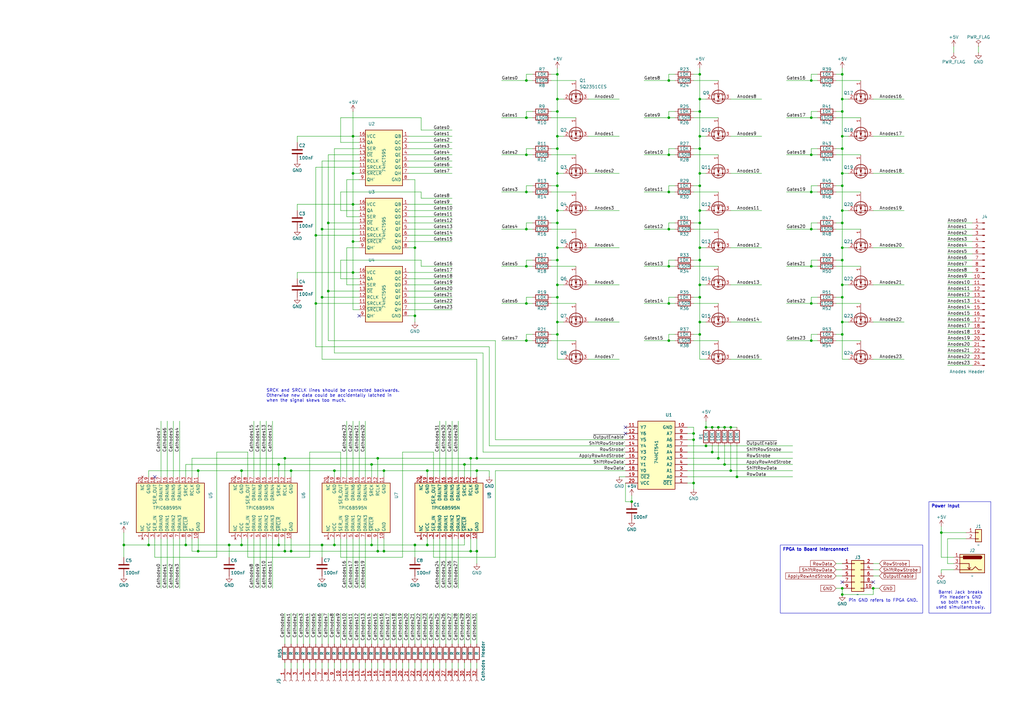
<source format=kicad_sch>
(kicad_sch (version 20231120) (generator "eeschema") (generator_version "8.0")
  (paper "A3")
  (title_block (title "Fullsize LED Board (Driver)"))
  (lib_symbols
    (symbol "74xx:74AHCT541" (pin_names (offset 1.016))
      (property "Reference" "U1" (at -5.08 -15.24 0))
      (property "Value" "74HCT541" (at 0 0 90))
      (symbol "74AHCT541_1_0"
        (pin input line (at -12.7 12.7 0) (length 5.08) (name "~{OE1}") (number "1"))
        (pin power_in line (at -12.7 -10.16 0) (length 5.08) (name "GND") (number "10"))
        (pin tri_state line (at 12.7 -10.16 180) (length 5.08) (name "Y7") (number "11"))
        (pin tri_state line (at 12.7 -7.62 180) (length 5.08) (name "Y6") (number "12"))
        (pin tri_state line (at 12.7 -5.08 180) (length 5.08) (name "Y5") (number "13"))
        (pin tri_state line (at 12.7 -2.54 180) (length 5.08) (name "Y4") (number "14"))
        (pin tri_state line (at 12.7 0 180) (length 5.08) (name "Y3") (number "15"))
        (pin tri_state line (at 12.7 2.54 180) (length 5.08) (name "Y2") (number "16"))
        (pin tri_state line (at 12.7 5.08 180) (length 5.08) (name "Y1") (number "17"))
        (pin tri_state line (at 12.7 7.62 180) (length 5.08) (name "Y0") (number "18"))
        (pin input line (at 12.7 10.16 180) (length 5.08) (name "~{OE2}") (number "19"))
        (pin input line (at -12.7 10.16 0) (length 5.08) (name "A0") (number "2"))
        (pin power_in line (at 12.7 12.7 180) (length 5.08) (name "VCC") (number "20"))
        (pin input line (at -12.7 7.62 0) (length 5.08) (name "A1") (number "3"))
        (pin input line (at -12.7 5.08 0) (length 5.08) (name "A2") (number "4"))
        (pin input line (at -12.7 2.54 0) (length 5.08) (name "A3") (number "5"))
        (pin input line (at -12.7 0 0) (length 5.08) (name "A4") (number "6"))
        (pin input line (at -12.7 -2.54 0) (length 5.08) (name "A5") (number "7"))
        (pin input line (at -12.7 -5.08 0) (length 5.08) (name "A6") (number "8"))
        (pin input line (at -12.7 -7.62 0) (length 5.08) (name "A7") (number "9"))
      )
    )
    (symbol "74xx:74HCT595"
      (property "Reference" "U2" (at 5.08 -12.7 0))
      (property "Value" "74HCT595" (at 0 0.254 90))
      (symbol "74HCT595_1_0"
        (pin tri_state line (at -10.16 10.16 0) (length 2.54) (name "QB") (number "1"))
        (pin input line (at 10.16 -5.08 180) (length 2.54) (name "~{SRCLR}") (number "10"))
        (pin input line (at 10.16 -2.54 180) (length 2.54) (name "SRCLK") (number "11"))
        (pin input line (at 10.16 0 180) (length 2.54) (name "RCLK") (number "12"))
        (pin input line (at 10.16 2.54 180) (length 2.54) (name "~{OE}") (number "13"))
        (pin input line (at 10.16 5.08 180) (length 2.54) (name "SER") (number "14"))
        (pin tri_state line (at 10.16 7.62 180) (length 2.54) (name "QA") (number "15"))
        (pin power_in line (at 10.16 10.16 180) (length 2.54) (name "VCC") (number "16"))
        (pin tri_state line (at -10.16 7.62 0) (length 2.54) (name "QC") (number "2"))
        (pin tri_state line (at -10.16 5.08 0) (length 2.54) (name "QD") (number "3"))
        (pin tri_state line (at -10.16 2.54 0) (length 2.54) (name "QE") (number "4"))
        (pin tri_state line (at -10.16 0 0) (length 2.54) (name "QF") (number "5"))
        (pin tri_state line (at -10.16 -2.54 0) (length 2.54) (name "QG") (number "6"))
        (pin tri_state line (at -10.16 -5.08 0) (length 2.54) (name "QH") (number "7"))
        (pin power_in line (at -10.16 -7.62 0) (length 2.54) (name "GND") (number "8"))
        (pin output line (at 10.16 -7.62 180) (length 2.54) (name "QH'") (number "9"))
      )
    )
    (symbol "Connector:Barrel_Jack_Switch" (pin_names hide)
      (property "Reference" "J" (at 0 5.334 0))
      (property "Value" "Barrel_Jack_Switch" (at 0 -5.08 0))
      (symbol "Barrel_Jack_Switch_1_1"
        (pin passive line (at 7.62 2.54 180) (length 2.54) (name "~") (number "1"))
        (pin passive line (at 7.62 -2.54 180) (length 2.54) (name "~") (number "2"))
        (pin passive line (at 7.62 0 180) (length 2.54) (name "~") (number "3"))
      )
    )
    (symbol "Connector:Conn_01x24_Pin" (pin_names (offset 1.016) hide)
      (property "Reference" "J" (at 0 30.48 0))
      (property "Value" "Conn_01x24_Pin" (at 0 -33.02 0))
      (symbol "Conn_01x24_Pin_1_1"
        (pin passive line (at 5.08 27.94 180) (length 3.81) (name "Pin_1") (number "1"))
        (pin passive line (at 5.08 5.08 180) (length 3.81) (name "Pin_10") (number "10"))
        (pin passive line (at 5.08 2.54 180) (length 3.81) (name "Pin_11") (number "11"))
        (pin passive line (at 5.08 0 180) (length 3.81) (name "Pin_12") (number "12"))
        (pin passive line (at 5.08 -2.54 180) (length 3.81) (name "Pin_13") (number "13"))
        (pin passive line (at 5.08 -5.08 180) (length 3.81) (name "Pin_14") (number "14"))
        (pin passive line (at 5.08 -7.62 180) (length 3.81) (name "Pin_15") (number "15"))
        (pin passive line (at 5.08 -10.16 180) (length 3.81) (name "Pin_16") (number "16"))
        (pin passive line (at 5.08 -12.7 180) (length 3.81) (name "Pin_17") (number "17"))
        (pin passive line (at 5.08 -15.24 180) (length 3.81) (name "Pin_18") (number "18"))
        (pin passive line (at 5.08 -17.78 180) (length 3.81) (name "Pin_19") (number "19"))
        (pin passive line (at 5.08 25.4 180) (length 3.81) (name "Pin_2") (number "2"))
        (pin passive line (at 5.08 -20.32 180) (length 3.81) (name "Pin_20") (number "20"))
        (pin passive line (at 5.08 -22.86 180) (length 3.81) (name "Pin_21") (number "21"))
        (pin passive line (at 5.08 -25.4 180) (length 3.81) (name "Pin_22") (number "22"))
        (pin passive line (at 5.08 -27.94 180) (length 3.81) (name "Pin_23") (number "23"))
        (pin passive line (at 5.08 -30.48 180) (length 3.81) (name "Pin_24") (number "24"))
        (pin passive line (at 5.08 22.86 180) (length 3.81) (name "Pin_3") (number "3"))
        (pin passive line (at 5.08 20.32 180) (length 3.81) (name "Pin_4") (number "4"))
        (pin passive line (at 5.08 17.78 180) (length 3.81) (name "Pin_5") (number "5"))
        (pin passive line (at 5.08 15.24 180) (length 3.81) (name "Pin_6") (number "6"))
        (pin passive line (at 5.08 12.7 180) (length 3.81) (name "Pin_7") (number "7"))
        (pin passive line (at 5.08 10.16 180) (length 3.81) (name "Pin_8") (number "8"))
        (pin passive line (at 5.08 7.62 180) (length 3.81) (name "Pin_9") (number "9"))
      )
    )
    (symbol "Connector:Conn_01x32_Socket" (pin_names (offset 1.016) hide)
      (property "Reference" "J" (at 0 40.64 0))
      (property "Value" "Conn_01x32_Socket" (at 0 -43.18 0))
      (symbol "Conn_01x32_Socket_1_1"
        (pin passive line (at -5.08 38.1 0) (length 3.81) (name "Pin_1") (number "1"))
        (pin passive line (at -5.08 15.24 0) (length 3.81) (name "Pin_10") (number "10"))
        (pin passive line (at -5.08 12.7 0) (length 3.81) (name "Pin_11") (number "11"))
        (pin passive line (at -5.08 10.16 0) (length 3.81) (name "Pin_12") (number "12"))
        (pin passive line (at -5.08 7.62 0) (length 3.81) (name "Pin_13") (number "13"))
        (pin passive line (at -5.08 5.08 0) (length 3.81) (name "Pin_14") (number "14"))
        (pin passive line (at -5.08 2.54 0) (length 3.81) (name "Pin_15") (number "15"))
        (pin passive line (at -5.08 0 0) (length 3.81) (name "Pin_16") (number "16"))
        (pin passive line (at -5.08 -2.54 0) (length 3.81) (name "Pin_17") (number "17"))
        (pin passive line (at -5.08 -5.08 0) (length 3.81) (name "Pin_18") (number "18"))
        (pin passive line (at -5.08 -7.62 0) (length 3.81) (name "Pin_19") (number "19"))
        (pin passive line (at -5.08 35.56 0) (length 3.81) (name "Pin_2") (number "2"))
        (pin passive line (at -5.08 -10.16 0) (length 3.81) (name "Pin_20") (number "20"))
        (pin passive line (at -5.08 -12.7 0) (length 3.81) (name "Pin_21") (number "21"))
        (pin passive line (at -5.08 -15.24 0) (length 3.81) (name "Pin_22") (number "22"))
        (pin passive line (at -5.08 -17.78 0) (length 3.81) (name "Pin_23") (number "23"))
        (pin passive line (at -5.08 -20.32 0) (length 3.81) (name "Pin_24") (number "24"))
        (pin passive line (at -5.08 -22.86 0) (length 3.81) (name "Pin_25") (number "25"))
        (pin passive line (at -5.08 -25.4 0) (length 3.81) (name "Pin_26") (number "26"))
        (pin passive line (at -5.08 -27.94 0) (length 3.81) (name "Pin_27") (number "27"))
        (pin passive line (at -5.08 -30.48 0) (length 3.81) (name "Pin_28") (number "28"))
        (pin passive line (at -5.08 -33.02 0) (length 3.81) (name "Pin_29") (number "29"))
        (pin passive line (at -5.08 33.02 0) (length 3.81) (name "Pin_3") (number "3"))
        (pin passive line (at -5.08 -35.56 0) (length 3.81) (name "Pin_30") (number "30"))
        (pin passive line (at -5.08 -38.1 0) (length 3.81) (name "Pin_31") (number "31"))
        (pin passive line (at -5.08 -40.64 0) (length 3.81) (name "Pin_32") (number "32"))
        (pin passive line (at -5.08 30.48 0) (length 3.81) (name "Pin_4") (number "4"))
        (pin passive line (at -5.08 27.94 0) (length 3.81) (name "Pin_5") (number "5"))
        (pin passive line (at -5.08 25.4 0) (length 3.81) (name "Pin_6") (number "6"))
        (pin passive line (at -5.08 22.86 0) (length 3.81) (name "Pin_7") (number "7"))
        (pin passive line (at -5.08 20.32 0) (length 3.81) (name "Pin_8") (number "8"))
        (pin passive line (at -5.08 17.78 0) (length 3.81) (name "Pin_9") (number "9"))
      )
    )
    (symbol "Connector_Generic:Conn_01x02" (pin_names (offset 1.016) hide)
      (property "Reference" "J" (at 0 2.54 0))
      (property "Value" "Conn_01x02" (at 0 -5.08 0))
      (symbol "Conn_01x02_1_1"
        (pin passive line (at -5.08 0 0) (length 3.81) (name "Pin_1") (number "1"))
        (pin passive line (at -5.08 -2.54 0) (length 3.81) (name "Pin_2") (number "2"))
      )
    )
    (symbol "Connector_Generic:Conn_02x05_Odd_Even" (pin_names (offset 1.016) hide)
      (property "Reference" "J" (at 1.27 7.62 0))
      (property "Value" "Conn_02x05_Odd_Even" (at 1.27 -7.62 0))
      (symbol "Conn_02x05_Odd_Even_1_1"
        (pin passive line (at -5.08 5.08 0) (length 3.81) (name "Pin_1") (number "1"))
        (pin passive line (at 7.62 -5.08 180) (length 3.81) (name "Pin_10") (number "10"))
        (pin passive line (at 7.62 5.08 180) (length 3.81) (name "Pin_2") (number "2"))
        (pin passive line (at -5.08 2.54 0) (length 3.81) (name "Pin_3") (number "3"))
        (pin passive line (at 7.62 2.54 180) (length 3.81) (name "Pin_4") (number "4"))
        (pin passive line (at -5.08 0 0) (length 3.81) (name "Pin_5") (number "5"))
        (pin passive line (at 7.62 0 180) (length 3.81) (name "Pin_6") (number "6"))
        (pin passive line (at -5.08 -2.54 0) (length 3.81) (name "Pin_7") (number "7"))
        (pin passive line (at 7.62 -2.54 180) (length 3.81) (name "Pin_8") (number "8"))
        (pin passive line (at -5.08 -5.08 0) (length 3.81) (name "Pin_9") (number "9"))
      )
    )
    (symbol "Device:C" (pin_numbers hide) (pin_names (offset 0.254))
      (property "Reference" "C" (at 0.635 2.54 0))
      (property "Value" "C" (at 0.635 -2.54 0))
      (symbol "C_1_1"
        (pin passive line (at 0 3.81 270) (length 2.794) (name "~") (number "1"))
        (pin passive line (at 0 -3.81 90) (length 2.794) (name "~") (number "2"))
      )
    )
    (symbol "Device:R" (pin_numbers hide) (pin_names (offset 0))
      (property "Reference" "R" (at 2.032 0 90))
      (property "Value" "R" (at 0 0 90))
      (symbol "R_1_1"
        (pin passive line (at 0 3.81 270) (length 1.27) (name "~") (number "1"))
        (pin passive line (at 0 -3.81 90) (length 1.27) (name "~") (number "2"))
      )
    )
    (symbol "Interface_Expansion:TPIC6595" (pin_names (offset 0.381))
      (property "Reference" "U1" (at 7.62 -17.78 0))
      (property "Value" "TPIC6B595N" (at 0 0 90))
      (symbol "TPIC6595_1_1"
        (pin no_connect line (at -12.7 10.16 0) (length 2.54) (name "NC") (number "1"))
        (pin power_in line (at -12.7 -12.7 0) (length 2.54) (name "GND") (number "10"))
        (pin power_in line (at 12.7 -12.7 180) (length 2.54) (name "GND") (number "11"))
        (pin input line (at 12.7 -10.16 180) (length 2.54) (name "RCLK") (number "12"))
        (pin input line (at 12.7 -7.62 180) (length 2.54) (name "SRCK") (number "13"))
        (pin open_collector line (at 12.7 -5.08 180) (length 2.54) (name "DRAIN4") (number "14"))
        (pin open_collector line (at 12.7 -2.54 180) (length 2.54) (name "DRAIN5") (number "15"))
        (pin open_collector line (at 12.7 0 180) (length 2.54) (name "DRAIN6") (number "16"))
        (pin open_collector line (at 12.7 2.54 180) (length 2.54) (name "DRAIN7") (number "17"))
        (pin output line (at 12.7 5.08 180) (length 2.54) (name "SER_OUT") (number "18"))
        (pin power_in line (at 12.7 7.62 180) (length 2.54) (name "GND") (number "19"))
        (pin power_in line (at -12.7 7.62 0) (length 2.54) (name "VCC") (number "2"))
        (pin no_connect line (at 12.7 10.16 180) (length 2.54) (name "NC") (number "20"))
        (pin input line (at -12.7 5.08 0) (length 2.54) (name "SER_IN") (number "3"))
        (pin open_collector line (at -12.7 2.54 0) (length 2.54) (name "DRAIN0") (number "4"))
        (pin open_collector line (at -12.7 0 0) (length 2.54) (name "DRAIN1") (number "5"))
        (pin open_collector line (at -12.7 -2.54 0) (length 2.54) (name "DRAIN2") (number "6"))
        (pin open_collector line (at -12.7 -5.08 0) (length 2.54) (name "DRAIN3") (number "7"))
        (pin input line (at -12.7 -7.62 0) (length 2.54) (name "~{SRCLR}") (number "8"))
        (pin input line (at -12.7 -10.16 0) (length 2.54) (name "~{G}") (number "9"))
      )
    )
    (symbol "Transistor_FET:IRF4905" (pin_names hide)
      (property "Reference" "Q1" (at 0 5.08 90))
      (property "Value" "SQ2351CES" (at -2.54 2.032 90))
      (symbol "IRF4905_1_1"
        (pin input line (at -5.08 0 0) (length 2.54) (name "G") (number "1"))
        (pin passive line (at 2.54 5.08 270) (length 2.54) (name "S") (number "2"))
        (pin passive line (at 2.54 -5.08 90) (length 2.54) (name "D") (number "3"))
      )
    )
    (symbol "power:+5V" (power) (pin_numbers hide) (pin_names (offset 0) hide)
      (property "Value" "+5V" (at 0 3.556 0))
      (symbol "+5V_1_1"
        (pin power_in line (at 0 0 90) (length 0) (name "~") (number "1"))
      )
    )
    (symbol "power:GND" (power) (pin_numbers hide) (pin_names (offset 0) hide)
      (property "Value" "GND" (at 0 -3.81 0))
      (symbol "GND_1_1"
        (pin power_in line (at 0 0 270) (length 0) (name "~") (number "1"))
      )
    )
    (symbol "power:PWR_FLAG" (power) (pin_numbers hide) (pin_names (offset 0) hide)
      (property "Value" "PWR_FLAG" (at 0 3.81 0))
      (symbol "PWR_FLAG_0_0"
        (pin power_out line (at 0 0 90) (length 0) (name "~") (number "1"))
      )
    )
  )
  (junction (at 345.44 241.3))
  (junction (at 215.9 139.7))
  (junction (at 170.18 101.6))
  (junction (at 129.54 124.46))
  (junction (at 193.04 226.06))
  (junction (at 228.6 132.08))
  (junction (at 132.08 93.98))
  (junction (at 297.18 190.5))
  (junction (at 332.74 48.26))
  (junction (at 297.18 175.26))
  (junction (at 292.1 175.26))
  (junction (at 132.08 223.52))
  (junction (at 114.3 223.52))
  (junction (at 228.6 76.2))
  (junction (at 99.06 223.52))
  (junction (at 386.08 218.44))
  (junction (at 132.08 121.92))
  (junction (at 144.78 71.12))
  (junction (at 287.02 132.08))
  (junction (at 228.6 91.44))
  (junction (at 195.58 226.06))
  (junction (at 332.74 78.74))
  (junction (at 228.6 45.72))
  (junction (at 175.26 193.04))
  (junction (at 170.18 129.54))
  (junction (at 134.62 91.44))
  (junction (at 274.32 33.02))
  (junction (at 144.78 99.06))
  (junction (at 116.84 187.96))
  (junction (at 274.32 63.5))
  (junction (at 190.5 190.5))
  (junction (at 175.26 223.52))
  (junction (at 215.9 109.22))
  (junction (at 228.6 60.96))
  (junction (at 228.6 116.84))
  (junction (at 60.96 223.52))
  (junction (at 215.9 63.5))
  (junction (at 274.32 109.22))
  (junction (at 287.02 86.36))
  (junction (at 287.02 40.64))
  (junction (at 50.8 223.52))
  (junction (at 284.48 180.34))
  (junction (at 332.74 139.7))
  (junction (at 284.48 198.12))
  (junction (at 228.6 106.68))
  (junction (at 299.72 175.26))
  (junction (at 345.44 71.12))
  (junction (at 170.18 223.52))
  (junction (at 259.08 205.74))
  (junction (at 215.9 48.26))
  (junction (at 114.3 190.5))
  (junction (at 274.32 139.7))
  (junction (at 345.44 40.64))
  (junction (at 129.54 96.52))
  (junction (at 332.74 124.46))
  (junction (at 215.9 78.74))
  (junction (at 345.44 101.6))
  (junction (at 287.02 55.88))
  (junction (at 228.6 101.6))
  (junction (at 228.6 40.64))
  (junction (at 345.44 55.88))
  (junction (at 287.02 121.92))
  (junction (at 274.32 93.98))
  (junction (at 292.1 185.42))
  (junction (at 289.56 175.26))
  (junction (at 228.6 86.36))
  (junction (at 287.02 137.16))
  (junction (at 358.14 241.3))
  (junction (at 157.48 193.04))
  (junction (at 294.64 187.96))
  (junction (at 345.44 106.68))
  (junction (at 287.02 101.6))
  (junction (at 345.44 132.08))
  (junction (at 287.02 106.68))
  (junction (at 332.74 33.02))
  (junction (at 154.94 187.96))
  (junction (at 284.48 177.8))
  (junction (at 345.44 121.92))
  (junction (at 195.58 193.04))
  (junction (at 137.16 193.04))
  (junction (at 287.02 71.12))
  (junction (at 116.84 226.06))
  (junction (at 299.72 193.04))
  (junction (at 119.38 226.06))
  (junction (at 332.74 63.5))
  (junction (at 345.44 60.96))
  (junction (at 119.38 193.04))
  (junction (at 81.28 193.04))
  (junction (at 99.06 193.04))
  (junction (at 332.74 93.98))
  (junction (at 157.48 226.06))
  (junction (at 345.44 45.72))
  (junction (at 152.4 223.52))
  (junction (at 215.9 124.46))
  (junction (at 294.64 175.26))
  (junction (at 228.6 121.92))
  (junction (at 152.4 190.5))
  (junction (at 134.62 119.38))
  (junction (at 287.02 76.2))
  (junction (at 215.9 93.98))
  (junction (at 76.2 223.52))
  (junction (at 274.32 48.26))
  (junction (at 137.16 223.52))
  (junction (at 345.44 76.2))
  (junction (at 193.04 187.96))
  (junction (at 274.32 124.46))
  (junction (at 144.78 83.82))
  (junction (at 274.32 78.74))
  (junction (at 289.56 182.88))
  (junction (at 81.28 226.06))
  (junction (at 345.44 30.48))
  (junction (at 144.78 55.88))
  (junction (at 144.78 111.76))
  (junction (at 345.44 137.16))
  (junction (at 228.6 71.12))
  (junction (at 287.02 45.72))
  (junction (at 345.44 243.84))
  (junction (at 345.44 91.44))
  (junction (at 154.94 226.06))
  (junction (at 228.6 137.16))
  (junction (at 302.26 195.58))
  (junction (at 287.02 116.84))
  (junction (at 215.9 33.02))
  (junction (at 332.74 109.22))
  (junction (at 345.44 86.36))
  (junction (at 345.44 116.84))
  (junction (at 195.58 187.96))
  (junction (at 228.6 30.48))
  (junction (at 287.02 60.96))
  (junction (at 93.98 223.52))
  (junction (at 287.02 30.48))
  (junction (at 228.6 55.88))
  (junction (at 287.02 91.44))
  (no_connect (at 256.54 175.26))
  (no_connect (at 358.14 238.76))
  (no_connect (at 345.44 238.76))
  (no_connect (at 147.32 129.54))
  (no_connect (at 256.54 177.8))
  (no_connect (at 63.5 195.58))
  (wire (pts (xy 182.88 172.72) (xy 182.88 195.58)))
  (wire (pts (xy 228.6 137.16) (xy 228.6 147.32)))
  (wire (pts (xy 129.54 271.78) (xy 129.54 274.32)))
  (wire (pts (xy 144.78 83.82) (xy 144.78 99.06)))
  (wire (pts (xy 116.84 220.98) (xy 116.84 226.06)))
  (wire (pts (xy 81.28 193.04) (xy 99.06 193.04)))
  (wire (pts (xy 60.96 223.52) (xy 76.2 223.52)))
  (wire (pts (xy 274.32 137.16) (xy 276.86 137.16)))
  (wire (pts (xy 127 271.78) (xy 127 274.32)))
  (wire (pts (xy 167.64 73.66) (xy 170.18 73.66)))
  (wire (pts (xy 218.44 60.96) (xy 215.9 60.96)))
  (wire (pts (xy 218.44 106.68) (xy 215.9 106.68)))
  (wire (pts (xy 345.44 116.84) (xy 347.98 116.84)))
  (wire (pts (xy 147.32 58.42) (xy 139.7 58.42)))
  (wire (pts (xy 144.78 55.88) (xy 147.32 55.88)))
  (wire (pts (xy 332.74 63.5) (xy 335.28 63.5)))
  (wire (pts (xy 195.58 226.06) (xy 195.58 231.14)))
  (wire (pts (xy 345.44 40.64) (xy 347.98 40.64)))
  (wire (pts (xy 274.32 124.46) (xy 274.32 121.92)))
  (wire (pts (xy 388.62 93.98) (xy 398.78 93.98)))
  (wire (pts (xy 274.32 121.92) (xy 276.86 121.92)))
  (wire (pts (xy 274.32 45.72) (xy 276.86 45.72)))
  (wire (pts (xy 137.16 195.58) (xy 137.16 193.04)))
  (wire (pts (xy 78.74 187.96) (xy 116.84 187.96)))
  (wire (pts (xy 228.6 86.36) (xy 231.14 86.36)))
  (wire (pts (xy 287.02 116.84) (xy 287.02 121.92)))
  (wire (pts (xy 302.26 195.58) (xy 325.12 195.58)))
  (wire (pts (xy 342.9 121.92) (xy 345.44 121.92)))
  (wire (pts (xy 200.66 193.04) (xy 200.66 195.58)))
  (wire (pts (xy 388.62 124.46) (xy 398.78 124.46)))
  (wire (pts (xy 287.02 132.08) (xy 289.56 132.08)))
  (wire (pts (xy 63.5 228.6) (xy 88.9 228.6)))
  (wire (pts (xy 137.16 144.78) (xy 137.16 60.96)))
  (wire (pts (xy 111.76 172.72) (xy 111.76 195.58)))
  (wire (pts (xy 299.72 86.36) (xy 312.42 86.36)))
  (wire (pts (xy 322.58 78.74) (xy 332.74 78.74)))
  (wire (pts (xy 116.84 251.46) (xy 116.84 264.16)))
  (wire (pts (xy 226.06 91.44) (xy 228.6 91.44)))
  (wire (pts (xy 190.5 251.46) (xy 190.5 264.16)))
  (wire (pts (xy 177.8 271.78) (xy 177.8 274.32)))
  (wire (pts (xy 185.42 114.3) (xy 167.64 114.3)))
  (wire (pts (xy 99.06 193.04) (xy 119.38 193.04)))
  (wire (pts (xy 386.08 215.9) (xy 386.08 218.44)))
  (wire (pts (xy 332.74 124.46) (xy 335.28 124.46)))
  (wire (pts (xy 185.42 271.78) (xy 185.42 274.32)))
  (wire (pts (xy 335.28 76.2) (xy 332.74 76.2)))
  (wire (pts (xy 332.74 60.96) (xy 332.74 63.5)))
  (wire (pts (xy 147.32 220.98) (xy 147.32 241.3)))
  (wire (pts (xy 287.02 101.6) (xy 289.56 101.6)))
  (wire (pts (xy 185.42 119.38) (xy 167.64 119.38)))
  (wire (pts (xy 185.42 96.52) (xy 167.64 96.52)))
  (wire (pts (xy 254 195.58) (xy 256.54 195.58)))
  (wire (pts (xy 345.44 91.44) (xy 345.44 101.6)))
  (wire (pts (xy 294.64 182.88) (xy 294.64 187.96)))
  (wire (pts (xy 281.94 198.12) (xy 284.48 198.12)))
  (wire (pts (xy 185.42 220.98) (xy 185.42 241.3)))
  (wire (pts (xy 345.44 86.36) (xy 345.44 91.44)))
  (wire (pts (xy 215.9 137.16) (xy 215.9 139.7)))
  (wire (pts (xy 195.58 193.04) (xy 195.58 195.58)))
  (wire (pts (xy 50.8 223.52) (xy 60.96 223.52)))
  (wire (pts (xy 139.7 185.42) (xy 127 185.42)))
  (wire (pts (xy 144.78 251.46) (xy 144.78 264.16)))
  (wire (pts (xy 101.6 228.6) (xy 101.6 220.98)))
  (wire (pts (xy 195.58 251.46) (xy 195.58 264.16)))
  (wire (pts (xy 195.58 187.96) (xy 195.58 147.32)))
  (wire (pts (xy 299.72 132.08) (xy 312.42 132.08)))
  (wire (pts (xy 162.56 271.78) (xy 162.56 274.32)))
  (wire (pts (xy 172.72 109.22) (xy 185.42 109.22)))
  (wire (pts (xy 149.86 220.98) (xy 149.86 241.3)))
  (wire (pts (xy 388.62 134.62) (xy 398.78 134.62)))
  (wire (pts (xy 71.12 172.72) (xy 71.12 195.58)))
  (wire (pts (xy 203.2 139.7) (xy 134.62 139.7)))
  (wire (pts (xy 299.72 175.26) (xy 302.26 175.26)))
  (wire (pts (xy 358.14 71.12) (xy 370.84 71.12)))
  (wire (pts (xy 132.08 147.32) (xy 132.08 121.92)))
  (wire (pts (xy 93.98 228.6) (xy 93.98 223.52)))
  (wire (pts (xy 142.24 271.78) (xy 142.24 274.32)))
  (wire (pts (xy 345.44 101.6) (xy 347.98 101.6)))
  (wire (pts (xy 144.78 111.76) (xy 147.32 111.76)))
  (wire (pts (xy 228.6 116.84) (xy 228.6 121.92)))
  (wire (pts (xy 106.68 172.72) (xy 106.68 195.58)))
  (wire (pts (xy 215.9 91.44) (xy 215.9 93.98)))
  (wire (pts (xy 358.14 55.88) (xy 370.84 55.88)))
  (wire (pts (xy 114.3 190.5) (xy 114.3 195.58)))
  (wire (pts (xy 193.04 251.46) (xy 193.04 264.16)))
  (wire (pts (xy 388.62 142.24) (xy 398.78 142.24)))
  (wire (pts (xy 121.92 83.82) (xy 121.92 86.36)))
  (wire (pts (xy 147.32 251.46) (xy 147.32 264.16)))
  (wire (pts (xy 182.88 271.78) (xy 182.88 274.32)))
  (wire (pts (xy 241.3 86.36) (xy 254 86.36)))
  (wire (pts (xy 388.62 147.32) (xy 398.78 147.32)))
  (wire (pts (xy 134.62 63.5) (xy 134.62 91.44)))
  (wire (pts (xy 215.9 93.98) (xy 218.44 93.98)))
  (wire (pts (xy 335.28 60.96) (xy 332.74 60.96)))
  (wire (pts (xy 342.9 60.96) (xy 345.44 60.96)))
  (wire (pts (xy 137.16 220.98) (xy 137.16 223.52)))
  (wire (pts (xy 332.74 139.7) (xy 335.28 139.7)))
  (wire (pts (xy 185.42 55.88) (xy 167.64 55.88)))
  (wire (pts (xy 274.32 124.46) (xy 276.86 124.46)))
  (wire (pts (xy 322.58 33.02) (xy 332.74 33.02)))
  (wire (pts (xy 139.7 228.6) (xy 139.7 220.98)))
  (wire (pts (xy 218.44 137.16) (xy 215.9 137.16)))
  (wire (pts (xy 297.18 182.88) (xy 297.18 190.5)))
  (wire (pts (xy 165.1 228.6) (xy 139.7 228.6)))
  (wire (pts (xy 60.96 193.04) (xy 81.28 193.04)))
  (wire (pts (xy 289.56 175.26) (xy 292.1 175.26)))
  (wire (pts (xy 226.06 33.02) (xy 236.22 33.02)))
  (wire (pts (xy 345.44 132.08) (xy 347.98 132.08)))
  (wire (pts (xy 139.7 58.42) (xy 139.7 48.26)))
  (wire (pts (xy 358.14 243.84) (xy 358.14 241.3)))
  (wire (pts (xy 114.3 223.52) (xy 132.08 223.52)))
  (wire (pts (xy 160.02 251.46) (xy 160.02 264.16)))
  (wire (pts (xy 218.44 76.2) (xy 215.9 76.2)))
  (wire (pts (xy 358.14 231.14) (xy 360.68 231.14)))
  (wire (pts (xy 228.6 71.12) (xy 231.14 71.12)))
  (wire (pts (xy 195.58 147.32) (xy 132.08 147.32)))
  (wire (pts (xy 205.74 33.02) (xy 215.9 33.02)))
  (wire (pts (xy 175.26 223.52) (xy 190.5 223.52)))
  (wire (pts (xy 215.9 30.48) (xy 218.44 30.48)))
  (wire (pts (xy 345.44 27.94) (xy 345.44 30.48)))
  (wire (pts (xy 345.44 40.64) (xy 345.44 45.72)))
  (wire (pts (xy 152.4 223.52) (xy 170.18 223.52)))
  (wire (pts (xy 386.08 233.68) (xy 386.08 234.95)))
  (wire (pts (xy 104.14 172.72) (xy 104.14 195.58)))
  (wire (pts (xy 388.62 119.38) (xy 398.78 119.38)))
  (wire (pts (xy 154.94 251.46) (xy 154.94 264.16)))
  (wire (pts (xy 198.12 185.42) (xy 198.12 144.78)))
  (wire (pts (xy 299.72 147.32) (xy 312.42 147.32)))
  (wire (pts (xy 287.02 86.36) (xy 289.56 86.36)))
  (wire (pts (xy 332.74 91.44) (xy 332.74 93.98)))
  (wire (pts (xy 264.16 109.22) (xy 274.32 109.22)))
  (wire (pts (xy 172.72 48.26) (xy 172.72 53.34)))
  (wire (pts (xy 147.32 73.66) (xy 142.24 73.66)))
  (wire (pts (xy 228.6 40.64) (xy 231.14 40.64)))
  (wire (pts (xy 345.44 71.12) (xy 347.98 71.12)))
  (wire (pts (xy 345.44 106.68) (xy 345.44 116.84)))
  (wire (pts (xy 132.08 228.6) (xy 132.08 223.52)))
  (wire (pts (xy 170.18 73.66) (xy 170.18 101.6)))
  (wire (pts (xy 287.02 40.64) (xy 287.02 45.72)))
  (wire (pts (xy 185.42 58.42) (xy 167.64 58.42)))
  (wire (pts (xy 228.6 60.96) (xy 228.6 71.12)))
  (wire (pts (xy 139.7 48.26) (xy 172.72 48.26)))
  (wire (pts (xy 287.02 45.72) (xy 287.02 55.88)))
  (wire (pts (xy 172.72 81.28) (xy 185.42 81.28)))
  (wire (pts (xy 342.9 137.16) (xy 345.44 137.16)))
  (wire (pts (xy 264.16 63.5) (xy 274.32 63.5)))
  (wire (pts (xy 335.28 91.44) (xy 332.74 91.44)))
  (wire (pts (xy 274.32 48.26) (xy 274.32 45.72)))
  (wire (pts (xy 264.16 124.46) (xy 274.32 124.46)))
  (wire (pts (xy 388.62 220.98) (xy 396.24 220.98)))
  (wire (pts (xy 284.48 30.48) (xy 287.02 30.48)))
  (wire (pts (xy 388.62 127) (xy 398.78 127)))
  (wire (pts (xy 226.06 48.26) (xy 236.22 48.26)))
  (wire (pts (xy 401.32 19.05) (xy 401.32 21.59)))
  (wire (pts (xy 185.42 91.44) (xy 167.64 91.44)))
  (wire (pts (xy 297.18 190.5) (xy 325.12 190.5)))
  (wire (pts (xy 294.64 187.96) (xy 325.12 187.96)))
  (wire (pts (xy 116.84 187.96) (xy 116.84 195.58)))
  (wire (pts (xy 335.28 106.68) (xy 332.74 106.68)))
  (wire (pts (xy 281.94 195.58) (xy 302.26 195.58)))
  (wire (pts (xy 127 251.46) (xy 127 264.16)))
  (wire (pts (xy 142.24 251.46) (xy 142.24 264.16)))
  (wire (pts (xy 172.72 106.68) (xy 172.72 109.22)))
  (wire (pts (xy 287.02 55.88) (xy 289.56 55.88)))
  (wire (pts (xy 284.48 198.12) (xy 284.48 200.66)))
  (wire (pts (xy 274.32 106.68) (xy 276.86 106.68)))
  (wire (pts (xy 228.6 76.2) (xy 228.6 86.36)))
  (wire (pts (xy 137.16 271.78) (xy 137.16 274.32)))
  (wire (pts (xy 190.5 190.5) (xy 256.54 190.5)))
  (wire (pts (xy 287.02 76.2) (xy 287.02 86.36)))
  (wire (pts (xy 142.24 220.98) (xy 142.24 241.3)))
  (wire (pts (xy 322.58 63.5) (xy 332.74 63.5)))
  (wire (pts (xy 144.78 99.06) (xy 144.78 111.76)))
  (wire (pts (xy 241.3 116.84) (xy 254 116.84)))
  (wire (pts (xy 228.6 86.36) (xy 228.6 91.44)))
  (wire (pts (xy 152.4 190.5) (xy 190.5 190.5)))
  (wire (pts (xy 134.62 119.38) (xy 147.32 119.38)))
  (wire (pts (xy 121.92 251.46) (xy 121.92 264.16)))
  (wire (pts (xy 132.08 93.98) (xy 132.08 121.92)))
  (wire (pts (xy 73.66 220.98) (xy 73.66 241.3)))
  (wire (pts (xy 226.06 93.98) (xy 236.22 93.98)))
  (wire (pts (xy 132.08 121.92) (xy 147.32 121.92)))
  (wire (pts (xy 152.4 220.98) (xy 152.4 223.52)))
  (wire (pts (xy 139.7 86.36) (xy 139.7 78.74)))
  (wire (pts (xy 50.8 218.44) (xy 50.8 223.52)))
  (wire (pts (xy 226.06 63.5) (xy 236.22 63.5)))
  (wire (pts (xy 215.9 30.48) (xy 215.9 33.02)))
  (wire (pts (xy 342.9 139.7) (xy 353.06 139.7)))
  (wire (pts (xy 68.58 220.98) (xy 68.58 241.3)))
  (wire (pts (xy 274.32 63.5) (xy 274.32 60.96)))
  (wire (pts (xy 388.62 114.3) (xy 398.78 114.3)))
  (wire (pts (xy 241.3 55.88) (xy 254 55.88)))
  (wire (pts (xy 187.96 271.78) (xy 187.96 274.32)))
  (wire (pts (xy 132.08 271.78) (xy 132.08 274.32)))
  (wire (pts (xy 345.44 241.3) (xy 345.44 243.84)))
  (wire (pts (xy 195.58 220.98) (xy 195.58 226.06)))
  (wire (pts (xy 386.08 218.44) (xy 386.08 228.6)))
  (wire (pts (xy 177.8 185.42) (xy 165.1 185.42)))
  (wire (pts (xy 274.32 33.02) (xy 276.86 33.02)))
  (wire (pts (xy 185.42 71.12) (xy 167.64 71.12)))
  (wire (pts (xy 358.14 241.3) (xy 360.68 241.3)))
  (wire (pts (xy 121.92 55.88) (xy 144.78 55.88)))
  (wire (pts (xy 185.42 93.98) (xy 167.64 93.98)))
  (wire (pts (xy 144.78 172.72) (xy 144.78 195.58)))
  (wire (pts (xy 139.7 106.68) (xy 172.72 106.68)))
  (wire (pts (xy 71.12 220.98) (xy 71.12 241.3)))
  (wire (pts (xy 332.74 45.72) (xy 332.74 48.26)))
  (wire (pts (xy 132.08 223.52) (xy 137.16 223.52)))
  (wire (pts (xy 203.2 180.34) (xy 203.2 139.7)))
  (wire (pts (xy 144.78 71.12) (xy 144.78 83.82)))
  (wire (pts (xy 388.62 99.06) (xy 398.78 99.06)))
  (wire (pts (xy 322.58 109.22) (xy 332.74 109.22)))
  (wire (pts (xy 259.08 203.2) (xy 259.08 205.74)))
  (wire (pts (xy 287.02 121.92) (xy 287.02 132.08)))
  (wire (pts (xy 284.48 60.96) (xy 287.02 60.96)))
  (wire (pts (xy 342.9 231.14) (xy 345.44 231.14)))
  (wire (pts (xy 274.32 63.5) (xy 276.86 63.5)))
  (wire (pts (xy 170.18 101.6) (xy 170.18 129.54)))
  (wire (pts (xy 284.48 93.98) (xy 294.64 93.98)))
  (wire (pts (xy 388.62 137.16) (xy 398.78 137.16)))
  (wire (pts (xy 284.48 109.22) (xy 294.64 109.22)))
  (wire (pts (xy 287.02 27.94) (xy 287.02 30.48)))
  (wire (pts (xy 215.9 48.26) (xy 218.44 48.26)))
  (wire (pts (xy 302.26 182.88) (xy 302.26 195.58)))
  (wire (pts (xy 104.14 220.98) (xy 104.14 241.3)))
  (wire (pts (xy 215.9 124.46) (xy 218.44 124.46)))
  (wire (pts (xy 50.8 228.6) (xy 50.8 223.52)))
  (wire (pts (xy 157.48 226.06) (xy 193.04 226.06)))
  (wire (pts (xy 203.2 228.6) (xy 203.2 193.04)))
  (wire (pts (xy 284.48 91.44) (xy 287.02 91.44)))
  (wire (pts (xy 332.74 109.22) (xy 335.28 109.22)))
  (wire (pts (xy 185.42 121.92) (xy 167.64 121.92)))
  (wire (pts (xy 284.48 33.02) (xy 294.64 33.02)))
  (wire (pts (xy 154.94 271.78) (xy 154.94 274.32)))
  (wire (pts (xy 121.92 111.76) (xy 144.78 111.76)))
  (wire (pts (xy 274.32 109.22) (xy 276.86 109.22)))
  (wire (pts (xy 144.78 220.98) (xy 144.78 241.3)))
  (wire (pts (xy 388.62 220.98) (xy 388.62 231.14)))
  (wire (pts (xy 172.72 271.78) (xy 172.72 274.32)))
  (wire (pts (xy 147.32 101.6) (xy 142.24 101.6)))
  (wire (pts (xy 294.64 175.26) (xy 297.18 175.26)))
  (wire (pts (xy 358.14 132.08) (xy 370.84 132.08)))
  (wire (pts (xy 144.78 127) (xy 144.78 111.76)))
  (wire (pts (xy 287.02 147.32) (xy 289.56 147.32)))
  (wire (pts (xy 185.42 251.46) (xy 185.42 264.16)))
  (wire (pts (xy 215.9 45.72) (xy 215.9 48.26)))
  (wire (pts (xy 139.7 271.78) (xy 139.7 274.32)))
  (wire (pts (xy 335.28 137.16) (xy 332.74 137.16)))
  (wire (pts (xy 99.06 195.58) (xy 99.06 193.04)))
  (wire (pts (xy 274.32 139.7) (xy 274.32 137.16)))
  (wire (pts (xy 284.48 177.8) (xy 284.48 180.34)))
  (wire (pts (xy 332.74 30.48) (xy 332.74 33.02)))
  (wire (pts (xy 322.58 124.46) (xy 332.74 124.46)))
  (wire (pts (xy 147.32 99.06) (xy 144.78 99.06)))
  (wire (pts (xy 167.64 271.78) (xy 167.64 274.32)))
  (wire (pts (xy 358.14 147.32) (xy 370.84 147.32)))
  (wire (pts (xy 332.74 30.48) (xy 335.28 30.48)))
  (wire (pts (xy 180.34 271.78) (xy 180.34 274.32)))
  (wire (pts (xy 388.62 149.86) (xy 398.78 149.86)))
  (wire (pts (xy 388.62 96.52) (xy 398.78 96.52)))
  (wire (pts (xy 299.72 193.04) (xy 325.12 193.04)))
  (wire (pts (xy 358.14 86.36) (xy 370.84 86.36)))
  (wire (pts (xy 101.6 185.42) (xy 88.9 185.42)))
  (wire (pts (xy 342.9 124.46) (xy 353.06 124.46)))
  (wire (pts (xy 228.6 55.88) (xy 228.6 60.96)))
  (wire (pts (xy 322.58 93.98) (xy 332.74 93.98)))
  (wire (pts (xy 185.42 66.04) (xy 167.64 66.04)))
  (wire (pts (xy 137.16 60.96) (xy 147.32 60.96)))
  (wire (pts (xy 185.42 86.36) (xy 167.64 86.36)))
  (wire (pts (xy 76.2 190.5) (xy 114.3 190.5)))
  (wire (pts (xy 134.62 91.44) (xy 134.62 119.38)))
  (wire (pts (xy 345.44 86.36) (xy 347.98 86.36)))
  (wire (pts (xy 121.92 83.82) (xy 144.78 83.82)))
  (wire (pts (xy 358.14 236.22) (xy 360.68 236.22)))
  (wire (pts (xy 281.94 185.42) (xy 292.1 185.42)))
  (wire (pts (xy 193.04 226.06) (xy 195.58 226.06)))
  (wire (pts (xy 281.94 180.34) (xy 284.48 180.34)))
  (wire (pts (xy 175.26 271.78) (xy 175.26 274.32)))
  (wire (pts (xy 66.04 220.98) (xy 66.04 241.3)))
  (wire (pts (xy 215.9 76.2) (xy 215.9 78.74)))
  (wire (pts (xy 154.94 226.06) (xy 157.48 226.06)))
  (wire (pts (xy 287.02 132.08) (xy 287.02 137.16)))
  (wire (pts (xy 228.6 101.6) (xy 228.6 106.68)))
  (wire (pts (xy 215.9 63.5) (xy 218.44 63.5)))
  (wire (pts (xy 388.62 139.7) (xy 398.78 139.7)))
  (wire (pts (xy 228.6 71.12) (xy 228.6 76.2)))
  (wire (pts (xy 342.9 236.22) (xy 345.44 236.22)))
  (wire (pts (xy 292.1 182.88) (xy 292.1 185.42)))
  (wire (pts (xy 195.58 187.96) (xy 256.54 187.96)))
  (wire (pts (xy 391.16 19.05) (xy 391.16 21.59)))
  (wire (pts (xy 139.7 251.46) (xy 139.7 264.16)))
  (wire (pts (xy 185.42 60.96) (xy 167.64 60.96)))
  (wire (pts (xy 177.8 228.6) (xy 203.2 228.6)))
  (wire (pts (xy 228.6 45.72) (xy 228.6 55.88)))
  (wire (pts (xy 345.44 55.88) (xy 345.44 60.96)))
  (wire (pts (xy 226.06 78.74) (xy 236.22 78.74)))
  (wire (pts (xy 157.48 271.78) (xy 157.48 274.32)))
  (wire (pts (xy 147.32 71.12) (xy 144.78 71.12)))
  (wire (pts (xy 215.9 106.68) (xy 215.9 109.22)))
  (wire (pts (xy 228.6 132.08) (xy 228.6 137.16)))
  (wire (pts (xy 185.42 124.46) (xy 167.64 124.46)))
  (wire (pts (xy 190.5 271.78) (xy 190.5 274.32)))
  (wire (pts (xy 297.18 175.26) (xy 299.72 175.26)))
  (wire (pts (xy 144.78 83.82) (xy 147.32 83.82)))
  (wire (pts (xy 167.64 264.16) (xy 167.64 251.46)))
  (wire (pts (xy 388.62 144.78) (xy 398.78 144.78)))
  (wire (pts (xy 274.32 78.74) (xy 276.86 78.74)))
  (wire (pts (xy 274.32 93.98) (xy 274.32 91.44)))
  (wire (pts (xy 287.02 106.68) (xy 287.02 116.84)))
  (wire (pts (xy 388.62 111.76) (xy 398.78 111.76)))
  (wire (pts (xy 132.08 93.98) (xy 147.32 93.98)))
  (wire (pts (xy 215.9 139.7) (xy 218.44 139.7)))
  (wire (pts (xy 218.44 45.72) (xy 215.9 45.72)))
  (wire (pts (xy 299.72 101.6) (xy 312.42 101.6)))
  (wire (pts (xy 162.56 251.46) (xy 162.56 264.16)))
  (wire (pts (xy 264.16 33.02) (xy 274.32 33.02)))
  (wire (pts (xy 299.72 182.88) (xy 299.72 193.04)))
  (wire (pts (xy 388.62 116.84) (xy 398.78 116.84)))
  (wire (pts (xy 129.54 68.58) (xy 147.32 68.58)))
  (wire (pts (xy 154.94 187.96) (xy 193.04 187.96)))
  (wire (pts (xy 101.6 195.58) (xy 101.6 185.42)))
  (wire (pts (xy 205.74 93.98) (xy 215.9 93.98)))
  (wire (pts (xy 154.94 220.98) (xy 154.94 226.06)))
  (wire (pts (xy 342.9 33.02) (xy 353.06 33.02)))
  (wire (pts (xy 386.08 218.44) (xy 396.24 218.44)))
  (wire (pts (xy 68.58 172.72) (xy 68.58 195.58)))
  (wire (pts (xy 241.3 101.6) (xy 254 101.6)))
  (wire (pts (xy 342.9 233.68) (xy 345.44 233.68)))
  (wire (pts (xy 388.62 104.14) (xy 398.78 104.14)))
  (wire (pts (xy 114.3 220.98) (xy 114.3 223.52)))
  (wire (pts (xy 172.72 251.46) (xy 172.72 264.16)))
  (wire (pts (xy 129.54 96.52) (xy 129.54 68.58)))
  (wire (pts (xy 170.18 251.46) (xy 170.18 264.16)))
  (wire (pts (xy 109.22 220.98) (xy 109.22 241.3)))
  (wire (pts (xy 287.02 137.16) (xy 287.02 147.32)))
  (wire (pts (xy 187.96 251.46) (xy 187.96 264.16)))
  (wire (pts (xy 345.44 30.48) (xy 345.44 40.64)))
  (wire (pts (xy 165.1 271.78) (xy 165.1 274.32)))
  (wire (pts (xy 119.38 193.04) (xy 137.16 193.04)))
  (wire (pts (xy 274.32 78.74) (xy 274.32 76.2)))
  (wire (pts (xy 124.46 251.46) (xy 124.46 264.16)))
  (wire (pts (xy 284.48 139.7) (xy 294.64 139.7)))
  (wire (pts (xy 345.44 60.96) (xy 345.44 71.12)))
  (wire (pts (xy 200.66 142.24) (xy 129.54 142.24)))
  (wire (pts (xy 121.92 55.88) (xy 121.92 58.42)))
  (wire (pts (xy 226.06 137.16) (xy 228.6 137.16)))
  (wire (pts (xy 284.48 124.46) (xy 294.64 124.46)))
  (wire (pts (xy 342.9 91.44) (xy 345.44 91.44)))
  (wire (pts (xy 332.74 33.02) (xy 335.28 33.02)))
  (wire (pts (xy 170.18 228.6) (xy 170.18 223.52)))
  (wire (pts (xy 134.62 119.38) (xy 134.62 139.7)))
  (wire (pts (xy 127 185.42) (xy 127 228.6)))
  (wire (pts (xy 180.34 172.72) (xy 180.34 195.58)))
  (wire (pts (xy 228.6 55.88) (xy 231.14 55.88)))
  (wire (pts (xy 172.72 78.74) (xy 172.72 81.28)))
  (wire (pts (xy 132.08 264.16) (xy 132.08 251.46)))
  (wire (pts (xy 226.06 124.46) (xy 236.22 124.46)))
  (wire (pts (xy 185.42 68.58) (xy 167.64 68.58)))
  (wire (pts (xy 147.32 127) (xy 144.78 127)))
  (wire (pts (xy 284.48 180.34) (xy 284.48 198.12)))
  (wire (pts (xy 264.16 93.98) (xy 274.32 93.98)))
  (wire (pts (xy 132.08 66.04) (xy 132.08 93.98)))
  (wire (pts (xy 182.88 220.98) (xy 182.88 241.3)))
  (wire (pts (xy 284.48 121.92) (xy 287.02 121.92)))
  (wire (pts (xy 193.04 187.96) (xy 195.58 187.96)))
  (wire (pts (xy 292.1 185.42) (xy 325.12 185.42)))
  (wire (pts (xy 137.16 251.46) (xy 137.16 264.16)))
  (wire (pts (xy 185.42 127) (xy 167.64 127)))
  (wire (pts (xy 274.32 30.48) (xy 274.32 33.02)))
  (wire (pts (xy 119.38 271.78) (xy 119.38 274.32)))
  (wire (pts (xy 149.86 271.78) (xy 149.86 274.32)))
  (wire (pts (xy 388.62 121.92) (xy 398.78 121.92)))
  (wire (pts (xy 264.16 48.26) (xy 274.32 48.26)))
  (wire (pts (xy 345.44 116.84) (xy 345.44 121.92)))
  (wire (pts (xy 322.58 139.7) (xy 332.74 139.7)))
  (wire (pts (xy 289.56 182.88) (xy 325.12 182.88)))
  (wire (pts (xy 119.38 251.46) (xy 119.38 264.16)))
  (wire (pts (xy 200.66 182.88) (xy 200.66 142.24)))
  (wire (pts (xy 124.46 271.78) (xy 124.46 274.32)))
  (wire (pts (xy 287.02 40.64) (xy 289.56 40.64)))
  (wire (pts (xy 322.58 48.26) (xy 332.74 48.26)))
  (wire (pts (xy 332.74 121.92) (xy 332.74 124.46)))
  (wire (pts (xy 226.06 139.7) (xy 236.22 139.7)))
  (wire (pts (xy 193.04 271.78) (xy 193.04 274.32)))
  (wire (pts (xy 332.74 48.26) (xy 335.28 48.26)))
  (wire (pts (xy 332.74 78.74) (xy 335.28 78.74)))
  (wire (pts (xy 139.7 114.3) (xy 139.7 106.68)))
  (wire (pts (xy 281.94 182.88) (xy 289.56 182.88)))
  (wire (pts (xy 170.18 129.54) (xy 167.64 129.54)))
  (wire (pts (xy 335.28 121.92) (xy 332.74 121.92)))
  (wire (pts (xy 147.32 114.3) (xy 139.7 114.3)))
  (wire (pts (xy 81.28 226.06) (xy 116.84 226.06)))
  (wire (pts (xy 299.72 55.88) (xy 312.42 55.88)))
  (wire (pts (xy 149.86 172.72) (xy 149.86 195.58)))
  (wire (pts (xy 149.86 251.46) (xy 149.86 264.16)))
  (wire (pts (xy 281.94 187.96) (xy 294.64 187.96)))
  (wire (pts (xy 81.28 193.04) (xy 81.28 195.58)))
  (wire (pts (xy 182.88 251.46) (xy 182.88 264.16)))
  (wire (pts (xy 215.9 33.02) (xy 218.44 33.02)))
  (wire (pts (xy 106.68 220.98) (xy 106.68 241.3)))
  (wire (pts (xy 241.3 40.64) (xy 254 40.64)))
  (wire (pts (xy 228.6 27.94) (xy 228.6 30.48)))
  (wire (pts (xy 342.9 106.68) (xy 345.44 106.68)))
  (wire (pts (xy 226.06 60.96) (xy 228.6 60.96)))
  (wire (pts (xy 165.1 185.42) (xy 165.1 228.6)))
  (wire (pts (xy 111.76 220.98) (xy 111.76 241.3)))
  (wire (pts (xy 99.06 220.98) (xy 99.06 223.52)))
  (wire (pts (xy 228.6 91.44) (xy 228.6 101.6)))
  (wire (pts (xy 281.94 190.5) (xy 297.18 190.5)))
  (wire (pts (xy 129.54 124.46) (xy 147.32 124.46)))
  (wire (pts (xy 226.06 45.72) (xy 228.6 45.72)))
  (wire (pts (xy 386.08 228.6) (xy 391.16 228.6)))
  (wire (pts (xy 175.26 220.98) (xy 175.26 223.52)))
  (wire (pts (xy 193.04 220.98) (xy 193.04 226.06)))
  (wire (pts (xy 137.16 193.04) (xy 157.48 193.04)))
  (wire (pts (xy 241.3 71.12) (xy 254 71.12)))
  (wire (pts (xy 177.8 220.98) (xy 177.8 228.6)))
  (wire (pts (xy 175.26 195.58) (xy 175.26 193.04)))
  (wire (pts (xy 215.9 78.74) (xy 218.44 78.74)))
  (wire (pts (xy 274.32 93.98) (xy 276.86 93.98)))
  (wire (pts (xy 342.9 78.74) (xy 353.06 78.74)))
  (wire (pts (xy 345.44 76.2) (xy 345.44 86.36)))
  (wire (pts (xy 187.96 220.98) (xy 187.96 241.3)))
  (wire (pts (xy 60.96 220.98) (xy 60.96 223.52)))
  (wire (pts (xy 99.06 223.52) (xy 114.3 223.52)))
  (wire (pts (xy 205.74 109.22) (xy 215.9 109.22)))
  (wire (pts (xy 144.78 271.78) (xy 144.78 274.32)))
  (wire (pts (xy 274.32 76.2) (xy 276.86 76.2)))
  (wire (pts (xy 218.44 91.44) (xy 215.9 91.44)))
  (wire (pts (xy 165.1 251.46) (xy 165.1 264.16)))
  (wire (pts (xy 152.4 271.78) (xy 152.4 274.32)))
  (wire (pts (xy 147.32 86.36) (xy 139.7 86.36)))
  (wire (pts (xy 121.92 271.78) (xy 121.92 274.32)))
  (wire (pts (xy 388.62 129.54) (xy 398.78 129.54)))
  (wire (pts (xy 259.08 205.74) (xy 256.54 205.74)))
  (wire (pts (xy 228.6 121.92) (xy 228.6 132.08)))
  (wire (pts (xy 185.42 83.82) (xy 167.64 83.82)))
  (wire (pts (xy 287.02 86.36) (xy 287.02 91.44)))
  (wire (pts (xy 132.08 66.04) (xy 147.32 66.04)))
  (wire (pts (xy 228.6 40.64) (xy 228.6 45.72)))
  (wire (pts (xy 342.9 241.3) (xy 345.44 241.3)))
  (wire (pts (xy 358.14 40.64) (xy 370.84 40.64)))
  (wire (pts (xy 121.92 111.76) (xy 121.92 114.3)))
  (wire (pts (xy 142.24 73.66) (xy 142.24 88.9)))
  (wire (pts (xy 139.7 78.74) (xy 172.72 78.74)))
  (wire (pts (xy 281.94 193.04) (xy 299.72 193.04)))
  (wire (pts (xy 332.74 106.68) (xy 332.74 109.22)))
  (wire (pts (xy 157.48 220.98) (xy 157.48 226.06)))
  (wire (pts (xy 388.62 106.68) (xy 398.78 106.68)))
  (wire (pts (xy 228.6 30.48) (xy 228.6 40.64)))
  (wire (pts (xy 281.94 177.8) (xy 284.48 177.8)))
  (wire (pts (xy 180.34 251.46) (xy 180.34 264.16)))
  (wire (pts (xy 287.02 71.12) (xy 287.02 76.2)))
  (wire (pts (xy 185.42 116.84) (xy 167.64 116.84)))
  (wire (pts (xy 134.62 91.44) (xy 147.32 91.44)))
  (wire (pts (xy 274.32 91.44) (xy 276.86 91.44)))
  (wire (pts (xy 215.9 121.92) (xy 215.9 124.46)))
  (wire (pts (xy 152.4 190.5) (xy 152.4 195.58)))
  (wire (pts (xy 139.7 195.58) (xy 139.7 185.42)))
  (wire (pts (xy 342.9 63.5) (xy 353.06 63.5)))
  (wire (pts (xy 157.48 193.04) (xy 157.48 195.58)))
  (wire (pts (xy 299.72 116.84) (xy 312.42 116.84)))
  (wire (pts (xy 116.84 226.06) (xy 119.38 226.06)))
  (wire (pts (xy 78.74 226.06) (xy 81.28 226.06)))
  (wire (pts (xy 190.5 190.5) (xy 190.5 195.58)))
  (wire (pts (xy 241.3 132.08) (xy 254 132.08)))
  (wire (pts (xy 198.12 185.42) (xy 256.54 185.42)))
  (wire (pts (xy 287.02 116.84) (xy 289.56 116.84)))
  (wire (pts (xy 66.04 172.72) (xy 66.04 195.58)))
  (wire (pts (xy 78.74 226.06) (xy 78.74 220.98)))
  (wire (pts (xy 129.54 264.16) (xy 129.54 251.46)))
  (wire (pts (xy 287.02 30.48) (xy 287.02 40.64)))
  (wire (pts (xy 205.74 48.26) (xy 215.9 48.26)))
  (wire (pts (xy 180.34 220.98) (xy 180.34 241.3)))
  (wire (pts (xy 119.38 226.06) (xy 154.94 226.06)))
  (wire (pts (xy 287.02 55.88) (xy 287.02 60.96)))
  (wire (pts (xy 114.3 190.5) (xy 152.4 190.5)))
  (wire (pts (xy 218.44 121.92) (xy 215.9 121.92)))
  (wire (pts (xy 185.42 88.9) (xy 167.64 88.9)))
  (wire (pts (xy 274.32 109.22) (xy 274.32 106.68)))
  (wire (pts (xy 76.2 223.52) (xy 93.98 223.52)))
  (wire (pts (xy 160.02 271.78) (xy 160.02 274.32)))
  (wire (pts (xy 228.6 132.08) (xy 231.14 132.08)))
  (wire (pts (xy 332.74 93.98) (xy 335.28 93.98)))
  (wire (pts (xy 81.28 220.98) (xy 81.28 226.06)))
  (wire (pts (xy 256.54 198.12) (xy 256.54 205.74)))
  (wire (pts (xy 134.62 63.5) (xy 147.32 63.5)))
  (wire (pts (xy 147.32 116.84) (xy 142.24 116.84)))
  (wire (pts (xy 358.14 116.84) (xy 370.84 116.84)))
  (wire (pts (xy 226.06 106.68) (xy 228.6 106.68)))
  (wire (pts (xy 289.56 172.72) (xy 289.56 175.26)))
  (wire (pts (xy 142.24 172.72) (xy 142.24 195.58)))
  (wire (pts (xy 342.9 93.98) (xy 353.06 93.98)))
  (wire (pts (xy 284.48 137.16) (xy 287.02 137.16)))
  (wire (pts (xy 119.38 193.04) (xy 119.38 195.58)))
  (wire (pts (xy 170.18 223.52) (xy 175.26 223.52)))
  (wire (pts (xy 193.04 187.96) (xy 193.04 195.58)))
  (wire (pts (xy 292.1 175.26) (xy 294.64 175.26)))
  (wire (pts (xy 78.74 187.96) (xy 78.74 195.58)))
  (wire (pts (xy 157.48 193.04) (xy 175.26 193.04)))
  (wire (pts (xy 170.18 132.08) (xy 170.18 129.54)))
  (wire (pts (xy 345.44 55.88) (xy 347.98 55.88)))
  (wire (pts (xy 134.62 271.78) (xy 134.62 274.32)))
  (wire (pts (xy 281.94 175.26) (xy 284.48 175.26)))
  (wire (pts (xy 388.62 231.14) (xy 391.16 231.14)))
  (wire (pts (xy 203.2 193.04) (xy 256.54 193.04)))
  (wire (pts (xy 142.24 101.6) (xy 142.24 116.84)))
  (wire (pts (xy 391.16 233.68) (xy 386.08 233.68)))
  (wire (pts (xy 187.96 172.72) (xy 187.96 195.58)))
  (wire (pts (xy 287.02 91.44) (xy 287.02 101.6)))
  (wire (pts (xy 342.9 109.22) (xy 353.06 109.22)))
  (wire (pts (xy 215.9 109.22) (xy 218.44 109.22)))
  (wire (pts (xy 284.48 175.26) (xy 284.48 177.8)))
  (wire (pts (xy 345.44 243.84) (xy 358.14 243.84)))
  (wire (pts (xy 185.42 63.5) (xy 167.64 63.5)))
  (wire (pts (xy 388.62 132.08) (xy 398.78 132.08)))
  (wire (pts (xy 129.54 124.46) (xy 129.54 96.52)))
  (wire (pts (xy 228.6 147.32) (xy 231.14 147.32)))
  (wire (pts (xy 345.44 132.08) (xy 345.44 137.16)))
  (wire (pts (xy 332.74 137.16) (xy 332.74 139.7)))
  (wire (pts (xy 388.62 109.22) (xy 398.78 109.22)))
  (wire (pts (xy 274.32 60.96) (xy 276.86 60.96)))
  (wire (pts (xy 388.62 91.44) (xy 398.78 91.44)))
  (wire (pts (xy 76.2 220.98) (xy 76.2 223.52)))
  (wire (pts (xy 129.54 96.52) (xy 147.32 96.52)))
  (wire (pts (xy 101.6 228.6) (xy 127 228.6)))
  (wire (pts (xy 287.02 71.12) (xy 289.56 71.12)))
  (wire (pts (xy 226.06 121.92) (xy 228.6 121.92)))
  (wire (pts (xy 109.22 172.72) (xy 109.22 195.58)))
  (wire (pts (xy 342.9 30.48) (xy 345.44 30.48)))
  (wire (pts (xy 226.06 30.48) (xy 228.6 30.48)))
  (wire (pts (xy 175.26 251.46) (xy 175.26 264.16)))
  (wire (pts (xy 228.6 116.84) (xy 231.14 116.84)))
  (wire (pts (xy 76.2 190.5) (xy 76.2 195.58)))
  (wire (pts (xy 177.8 195.58) (xy 177.8 185.42)))
  (wire (pts (xy 119.38 220.98) (xy 119.38 226.06)))
  (wire (pts (xy 195.58 193.04) (xy 200.66 193.04)))
  (wire (pts (xy 157.48 251.46) (xy 157.48 264.16)))
  (wire (pts (xy 142.24 88.9) (xy 147.32 88.9)))
  (wire (pts (xy 63.5 220.98) (xy 63.5 228.6)))
  (wire (pts (xy 299.72 40.64) (xy 312.42 40.64)))
  (wire (pts (xy 88.9 185.42) (xy 88.9 228.6)))
  (wire (pts (xy 144.78 45.72) (xy 144.78 55.88)))
  (wire (pts (xy 60.96 195.58) (xy 60.96 193.04)))
  (wire (pts (xy 241.3 147.32) (xy 254 147.32)))
  (wire (pts (xy 129.54 124.46) (xy 129.54 142.24)))
  (wire (pts (xy 228.6 106.68) (xy 228.6 116.84)))
  (wire (pts (xy 73.66 172.72) (xy 73.66 195.58)))
  (wire (pts (xy 185.42 111.76) (xy 167.64 111.76)))
  (wire (pts (xy 345.44 71.12) (xy 345.44 76.2)))
  (wire (pts (xy 200.66 182.88) (xy 256.54 182.88)))
  (wire (pts (xy 154.94 187.96) (xy 154.94 195.58)))
  (wire (pts (xy 284.48 78.74) (xy 294.64 78.74)))
  (wire (pts (xy 172.72 53.34) (xy 185.42 53.34)))
  (wire (pts (xy 144.78 55.88) (xy 144.78 71.12)))
  (wire (pts (xy 195.58 271.78) (xy 195.58 274.32)))
  (wire (pts (xy 198.12 144.78) (xy 137.16 144.78)))
  (wire (pts (xy 203.2 180.34) (xy 256.54 180.34)))
  (wire (pts (xy 345.44 137.16) (xy 345.44 147.32)))
  (wire (pts (xy 170.18 271.78) (xy 170.18 274.32)))
  (wire (pts (xy 284.48 45.72) (xy 287.02 45.72)))
  (wire (pts (xy 388.62 101.6) (xy 398.78 101.6)))
  (wire (pts (xy 175.26 193.04) (xy 195.58 193.04)))
  (wire (pts (xy 299.72 71.12) (xy 312.42 71.12)))
  (wire (pts (xy 205.74 78.74) (xy 215.9 78.74)))
  (wire (pts (xy 358.14 233.68) (xy 360.68 233.68)))
  (wire (pts (xy 226.06 109.22) (xy 236.22 109.22)))
  (wire (pts (xy 358.14 101.6) (xy 370.84 101.6)))
  (wire (pts (xy 264.16 139.7) (xy 274.32 139.7)))
  (wire (pts (xy 274.32 139.7) (xy 276.86 139.7)))
  (wire (pts (xy 342.9 48.26) (xy 353.06 48.26)))
  (wire (pts (xy 264.16 78.74) (xy 274.32 78.74)))
  (wire (pts (xy 147.32 271.78) (xy 147.32 274.32)))
  (wire (pts (xy 190.5 220.98) (xy 190.5 223.52)))
  (wire (pts (xy 345.44 101.6) (xy 345.44 106.68)))
  (wire (pts (xy 284.48 48.26) (xy 294.64 48.26)))
  (wire (pts (xy 93.98 223.52) (xy 99.06 223.52)))
  (wire (pts (xy 215.9 60.96) (xy 215.9 63.5)))
  (wire (pts (xy 137.16 223.52) (xy 152.4 223.52)))
  (wire (pts (xy 134.62 251.46) (xy 134.62 264.16)))
  (wire (pts (xy 185.42 99.06) (xy 167.64 99.06)))
  (wire (pts (xy 116.84 187.96) (xy 154.94 187.96)))
  (wire (pts (xy 205.74 124.46) (xy 215.9 124.46)))
  (wire (pts (xy 284.48 106.68) (xy 287.02 106.68)))
  (wire (pts (xy 152.4 251.46) (xy 152.4 264.16)))
  (wire (pts (xy 345.44 45.72) (xy 345.44 55.88)))
  (wire (pts (xy 170.18 101.6) (xy 167.64 101.6)))
  (wire (pts (xy 345.44 121.92) (xy 345.44 132.08)))
  (wire (pts (xy 284.48 76.2) (xy 287.02 76.2)))
  (wire (pts (xy 185.42 172.72) (xy 185.42 195.58)))
  (wire (pts (xy 226.06 76.2) (xy 228.6 76.2)))
  (wire (pts (xy 177.8 251.46) (xy 177.8 264.16)))
  (wire (pts (xy 335.28 45.72) (xy 332.74 45.72)))
  (wire (pts (xy 276.86 30.48) (xy 274.32 30.48)))
  (wire (pts (xy 205.74 63.5) (xy 215.9 63.5)))
  (wire (pts (xy 284.48 63.5) (xy 294.64 63.5)))
  (wire (pts (xy 116.84 271.78) (xy 116.84 274.32)))
  (wire (pts (xy 332.74 76.2) (xy 332.74 78.74)))
  (wire (pts (xy 342.9 45.72) (xy 345.44 45.72)))
  (wire (pts (xy 228.6 101.6) (xy 231.14 101.6)))
  (wire (pts (xy 342.9 76.2) (xy 345.44 76.2)))
  (wire (pts (xy 287.02 60.96) (xy 287.02 71.12)))
  (wire (pts (xy 287.02 101.6) (xy 287.02 106.68)))
  (wire (pts (xy 345.44 147.32) (xy 347.98 147.32)))
  (wire (pts (xy 147.32 172.72) (xy 147.32 195.58)))
  (wire (pts (xy 274.32 48.26) (xy 276.86 48.26)))
  (wire (pts (xy 205.74 139.7) (xy 215.9 139.7)))
  (text_box "Power Input" (at 381 205.74 0) (size 25.4 45.72) (effects (font (size 1.27 1.27) (bold yes)) (justify left top)))
  (text_box "FPGA to Board Interconnect" (at 320.04 223.52 0) (size 58.42 27.94) (effects (font (size 1.27 1.27) (thickness 0.254) (bold yes)) (justify left top)))
  (text "Pin GND refers to FPGA GND." (at 347.98 246.38 0) (effects (font (size 1.27 1.27)) (justify left)))
  (text "Barrel Jack breaks\nPin Header's GND\nso both can't be\nused simultaneously." (at 393.954 246.126 0) (effects (font (size 1.27 1.27))))
  (text "SRCK and SRCLK lines should be connected backwards.\nOtherwise new data could be accidentally latched in\nwhen the signal skews too much." (at 109.22 165.1 0) (effects (font (size 1.27 1.27)) (justify left bottom)))
  (label "Gates0" (at 177.8 53.34 0))
  (label "Cathodes18" (at 162.56 251.46 270))
  (label "Gates4" (at 205.74 93.98 0))
  (label "Gates19" (at 177.8 116.84 0))
  (label "Gates5" (at 177.8 66.04 0))
  (label "Cathodes31" (at 195.58 251.46 270))
  (label "Cathodes19" (at 165.1 251.46 270))
  (label "Cathodes24" (at 180.34 229.87 270))
  (label "Gates2" (at 205.74 63.5 0))
  (label "Anodes0" (at 243.84 40.64 0))
  (label "Cathodes14" (at 152.4 251.46 270))
  (label "Gates10" (at 177.8 86.36 0))
  (label "Cathodes24" (at 177.8 251.46 270))
  (label "Gates21" (at 322.58 109.22 0))
  (label "Gates7" (at 205.74 139.7 0))
  (label "Anodes4" (at 243.84 101.6 0))
  (label "Gates7" (at 177.8 71.12 0))
  (label "Anodes2" (at 243.84 71.12 0))
  (label "RowData'" (at 256.54 193.04 180))
  (label "Cathodes26" (at 185.42 229.87 270))
  (label "Cathodes5" (at 129.54 251.46 270))
  (label "Cathodes22" (at 172.72 251.46 270))
  (label "Anodes13" (at 388.62 124.46 0))
  (label "RowData" (at 306.07 195.58 0))
  (label "Gates23" (at 322.58 139.7 0))
  (label "Anodes22" (at 388.62 147.32 0))
  (label "Anodes22" (at 360.68 132.08 0))
  (label "Anodes16" (at 388.62 132.08 0))
  (label "Anodes8" (at 388.62 111.76 0))
  (label "Anodes17" (at 388.62 134.62 0))
  (label "ApplyRowAndStrobe" (at 306.07 190.5 0))
  (label "Gates18" (at 177.8 114.3 0))
  (label "Gates3" (at 177.8 60.96 0))
  (label "Cathodes30" (at 182.88 185.42 90))
  (label "Gates15" (at 177.8 99.06 0))
  (label "Gates9" (at 264.16 48.26 0))
  (label "Anodes19" (at 360.68 86.36 0))
  (label "Cathodes10" (at 142.24 251.46 270))
  (label "Gates13" (at 177.8 93.98 0))
  (label "Gates17" (at 177.8 111.76 0))
  (label "Anodes17" (at 360.68 55.88 0))
  (label "Gates17" (at 322.58 48.26 0))
  (label "Gates10" (at 264.16 63.5 0))
  (label "Cathodes16" (at 142.24 229.87 270))
  (label "Cathodes10" (at 109.22 229.87 270))
  (label "Cathodes13" (at 149.86 251.46 270))
  (label "Cathodes17" (at 144.78 229.87 270))
  (label "Cathodes7" (at 134.62 251.46 270))
  (label "Anodes1" (at 243.84 55.88 0))
  (label "Cathodes16" (at 157.48 251.46 270))
  (label "Cathodes29" (at 190.5 251.46 270))
  (label "Cathodes3" (at 124.46 251.46 270))
  (label "Cathodes9" (at 106.68 231.14 270))
  (label "Anodes21" (at 360.68 116.84 0))
  (label "Cathodes27" (at 187.96 229.87 270))
  (label "Cathodes31" (at 180.34 185.42 90))
  (label "Anodes16" (at 360.68 40.64 0))
  (label "Cathodes26" (at 182.88 251.46 270))
  (label "Cathodes8" (at 137.16 251.46 270))
  (label "Anodes3" (at 388.62 99.06 0))
  (label "Cathodes0" (at 116.84 251.46 270))
  (label "Gates16" (at 177.8 109.22 0))
  (label "~{OutputEnable}" (at 306.07 182.88 0))
  (label "Gates15" (at 264.16 139.7 0))
  (label "Anodes9" (at 302.26 55.88 0))
  (label "Anodes6" (at 388.62 106.68 0))
  (label "Cathodes22" (at 144.78 185.42 90))
  (label "Cathodes20" (at 149.86 185.42 90))
  (label "Gates9" (at 177.8 83.82 0))
  (label "Anodes1" (at 388.62 93.98 0))
  (label "Cathodes8" (at 104.14 231.14 270))
  (label "Cathodes17" (at 160.02 251.46 270))
  (label "ShiftRowData" (at 306.07 193.04 0))
  (label "Cathodes13" (at 109.22 185.42 90))
  (label "Anodes11" (at 302.26 86.36 0))
  (label "Cathodes30" (at 193.04 251.46 270))
  (label "Anodes11" (at 388.62 119.38 0))
  (label "RowStrobe" (at 306.07 187.96 0))
  (label "Anodes20" (at 360.68 101.6 0))
  (label "Gates12" (at 264.16 93.98 0))
  (label "Anodes21" (at 388.62 144.78 0))
  (label "Anodes12" (at 302.26 101.6 0))
  (label "Anodes6" (at 243.84 132.08 0))
  (label "Cathodes4" (at 73.66 185.42 90))
  (label "Cathodes9" (at 139.7 251.46 270))
  (label "Cathodes0" (at 66.04 231.14 270))
  (label "Gates19" (at 322.58 78.74 0))
  (label "Gates23" (at 177.8 127 0))
  (label "Cathodes20" (at 167.64 251.46 270))
  (label "Anodes15" (at 302.26 147.32 0))
  (label "Anodes15" (at 388.62 129.54 0))
  (label "Anodes9" (at 388.62 114.3 0))
  (label "Anodes7" (at 388.62 109.22 0))
  (label "Cathodes12" (at 147.32 251.46 270))
  (label "Anodes5" (at 243.84 116.84 0))
  (label "Cathodes29" (at 185.42 185.42 90))
  (label "Gates20" (at 177.8 119.38 0))
  (label "Anodes10" (at 302.26 71.12 0))
  (label "Gates12" (at 177.8 91.44 0))
  (label "Gates11" (at 177.8 88.9 0))
  (label "Gates6" (at 205.74 124.46 0))
  (label "ShiftRowStrobe" (at 306.07 185.42 0))
  (label "Cathodes6" (at 132.08 251.46 270))
  (label "Cathodes23" (at 175.26 251.46 270))
  (label "Anodes20" (at 388.62 142.24 0))
  (label "RowStrobe'" (at 256.54 185.42 180))
  (label "Gates5" (at 205.74 109.22 0))
  (label "Cathodes1" (at 68.58 231.14 270))
  (label "Gates13" (at 264.16 109.22 0))
  (label "Gates18" (at 322.58 63.5 0))
  (label "Cathodes21" (at 147.32 185.42 90))
  (label "Anodes2" (at 388.62 96.52 0))
  (label "Gates8" (at 264.16 33.02 0))
  (label "Gates8" (at 177.8 81.28 0))
  (label "ShiftRowData'" (at 256.54 190.5 180))
  (label "Anodes5" (at 388.62 104.14 0))
  (label "Gates22" (at 177.8 124.46 0))
  (label "ApplyRowAndStrobe'" (at 256.54 187.96 180))
  (label "Gates16" (at 322.58 33.02 0))
  (label "Cathodes28" (at 187.96 251.46 270))
  (label "Cathodes2" (at 121.92 251.46 270))
  (label "Anodes10" (at 388.62 116.84 0))
  (label "Gates14" (at 264.16 124.46 0))
  (label "Anodes14" (at 388.62 127 0))
  (label "Cathodes11" (at 144.78 251.46 270))
  (label "Gates14" (at 177.8 96.52 0))
  (label "Cathodes5" (at 71.12 185.42 90))
  (label "Cathodes19" (at 149.86 229.87 270))
  (label "Anodes14" (at 302.26 132.08 0))
  (label "Cathodes18" (at 147.32 229.87 270))
  (label "Cathodes3" (at 73.66 231.14 270))
  (label "Anodes0" (at 388.62 91.44 0))
  (label "Anodes19" (at 388.62 139.7 0))
  (label "Cathodes12" (at 111.76 185.42 90))
  (label "Anodes23" (at 360.68 147.32 0))
  (label "Cathodes27" (at 185.42 251.46 270))
  (label "Anodes8" (at 302.26 40.64 0))
  (label "Gates6" (at 177.8 68.58 0))
  (label "Cathodes23" (at 142.24 185.42 90))
  (label "Cathodes1" (at 119.38 251.46 270))
  (label "Cathodes14" (at 106.68 185.42 90))
  (label "Anodes23" (at 388.62 149.86 0))
  (label "Cathodes25" (at 180.34 251.46 270))
  (label "Gates0" (at 205.74 33.02 0))
  (label "Anodes4" (at 388.62 101.6 0))
  (label "Cathodes4" (at 127 251.46 270))
  (label "~{OutputEnable'}" (at 256.54 180.34 180))
  (label "Gates21" (at 177.8 121.92 0))
  (label "Gates1" (at 205.74 48.26 0))
  (label "Gates11" (at 264.16 78.74 0))
  (label "Cathodes6" (at 68.58 185.42 90))
  (label "Anodes18" (at 360.68 71.12 0))
  (label "ShiftRowStrobe'" (at 256.54 182.88 180))
  (label "Cathodes2" (at 71.12 231.14 270))
  (label "Cathodes7" (at 66.04 185.42 90))
  (label "Cathodes15" (at 104.14 185.42 90))
  (label "Gates4" (at 177.8 63.5 0))
  (label "Cathodes21" (at 170.18 251.46 270))
  (label "Cathodes15" (at 154.94 251.46 270))
  (label "Cathodes11" (at 111.76 229.87 270))
  (label "Anodes12" (at 388.62 121.92 0))
  (label "Gates20" (at 322.58 93.98 0))
  (label "Cathodes25" (at 182.88 229.87 270))
  (label "Anodes3" (at 243.84 86.36 0))
  (label "Cathodes28" (at 187.96 185.42 90))
  (label "Gates3" (at 205.74 78.74 0))
  (label "Gates2" (at 177.8 58.42 0))
  (label "Anodes7" (at 243.84 147.32 0))
  (label "Anodes18" (at 388.62 137.16 0))
  (label "Gates22" (at 322.58 124.46 0))
  (label "Anodes13" (at 302.26 116.84 0))
  (label "Gates1" (at 177.8 55.88 0))
  (global_label "RowData" (shape input) (at 342.9 231.14 180) (property "Intersheetrefs" "${INTERSHEET_REFS}" (effects (hide yes))))
  (global_label "~{OutputEnable}" (shape input) (at 360.68 236.22 0) (property "Intersheetrefs" "${INTERSHEET_REFS}" (effects (hide yes))))
  (global_label "ShiftRowData" (shape input) (at 342.9 233.68 180) (property "Intersheetrefs" "${INTERSHEET_REFS}" (effects (hide yes))))
  (global_label "GND" (shape input) (at 342.9 241.3 180) (property "Intersheetrefs" "${INTERSHEET_REFS}" (effects (hide yes))))
  (global_label "ApplyRowAndStrobe" (shape input) (at 342.9 236.22 180) (property "Intersheetrefs" "${INTERSHEET_REFS}" (effects (hide yes))))
  (global_label "ShiftRowStrobe" (shape input) (at 360.68 233.68 0) (property "Intersheetrefs" "${INTERSHEET_REFS}" (effects (hide yes))))
  (global_label "GND" (shape input) (at 360.68 241.3 0) (property "Intersheetrefs" "${INTERSHEET_REFS}" (effects (hide yes))))
  (global_label "RowStrobe" (shape input) (at 360.68 231.14 0) (property "Intersheetrefs" "${INTERSHEET_REFS}" (effects (hide yes))))
  (symbol (lib_id "Device:R") (at 297.18 179.07 180) (unit 1)
    (property "Reference" "R4" (effects (hide yes)))
    (property "Value" "10K" (at 297.18 179.07 90))
    (property "Footprint" "Resistor_THT:R_Axial_DIN0207_L6.3mm_D2.5mm_P7.62mm_Horizontal" (effects (hide yes)))
    (property "Description" "Resistor" (effects (hide yes)))
  )
  (symbol (lib_id "Device:R") (at 339.09 45.72 90) (unit 1)
    (property "Reference" "R41" (at 339.09 43.688 90))
    (property "Value" "10K" (at 339.09 45.72 90))
    (property "Footprint" "Resistor_THT:R_Axial_DIN0207_L6.3mm_D2.5mm_P7.62mm_Horizontal" (effects (hide yes)))
    (property "Description" "Resistor" (effects (hide yes)))
  )
  (symbol (lib_id "Device:R") (at 280.67 48.26 270) (unit 1)
    (property "Reference" "R26" (at 280.67 50.292 90))
    (property "Value" "150R" (at 280.67 48.26 90))
    (property "Footprint" "Resistor_THT:R_Axial_DIN0207_L6.3mm_D2.5mm_P7.62mm_Horizontal" (effects (hide yes)))
    (property "Description" "Resistor" (effects (hide yes)))
  )
  (symbol (lib_id "Device:R") (at 280.67 76.2 90) (unit 1)
    (property "Reference" "R29" (at 280.67 74.168 90))
    (property "Value" "10K" (at 280.67 76.2 90))
    (property "Footprint" "Resistor_THT:R_Axial_DIN0207_L6.3mm_D2.5mm_P7.62mm_Horizontal" (effects (hide yes)))
    (property "Description" "Resistor" (effects (hide yes)))
  )
  (symbol (lib_id "Device:R") (at 339.09 93.98 270) (unit 1)
    (property "Reference" "R48" (at 339.09 96.012 90))
    (property "Value" "150R" (at 339.09 93.98 90))
    (property "Footprint" "Resistor_THT:R_Axial_DIN0207_L6.3mm_D2.5mm_P7.62mm_Horizontal" (effects (hide yes)))
    (property "Description" "Resistor" (effects (hide yes)))
  )
  (symbol (lib_id "Device:R") (at 339.09 76.2 90) (unit 1)
    (property "Reference" "R45" (at 339.09 74.168 90))
    (property "Value" "10K" (at 339.09 76.2 90))
    (property "Footprint" "Resistor_THT:R_Axial_DIN0207_L6.3mm_D2.5mm_P7.62mm_Horizontal" (effects (hide yes)))
    (property "Description" "Resistor" (effects (hide yes)))
  )
  (symbol (lib_id "Device:R") (at 302.26 179.07 180) (unit 1)
    (property "Reference" "R6" (effects (hide yes)))
    (property "Value" "10K" (at 302.26 179.07 90))
    (property "Footprint" "Resistor_THT:R_Axial_DIN0207_L6.3mm_D2.5mm_P7.62mm_Horizontal" (effects (hide yes)))
    (property "Description" "Resistor" (effects (hide yes)))
  )
  (symbol (lib_id "Device:R") (at 175.26 267.97 180) (unit 1)
    (property "Reference" "R78" (effects (hide yes)))
    (property "Value" "R" (at 175.26 267.97 90))
    (property "Footprint" "Resistor_THT:R_Axial_DIN0207_L6.3mm_D2.5mm_P7.62mm_Horizontal" (effects (hide yes)))
    (property "Description" "Resistor" (effects (hide yes)))
  )
  (symbol (lib_id "Device:R") (at 193.04 267.97 180) (unit 1)
    (property "Reference" "R85" (effects (hide yes)))
    (property "Value" "R" (at 193.04 267.97 90))
    (property "Footprint" "Resistor_THT:R_Axial_DIN0207_L6.3mm_D2.5mm_P7.62mm_Horizontal" (effects (hide yes)))
    (property "Description" "Resistor" (effects (hide yes)))
  )
  (symbol (lib_id "Transistor_FET:IRF4905") (at 353.06 114.3 90) (mirror x) (unit 1)
    (property "Reference" "Q22" (at 347.98 114.3 90))
    (property "Value" "SQ2351CES" (effects (hide yes)))
    (property "Footprint" "Package_TO_SOT_SMD:SOT-23-3" (effects (hide yes)))
    (property "Datasheet" "https://www.vishay.com/docs/62245/sq2351ces.pdf" (effects (hide yes)))
    (property "Description" "Automotive P-Channel 20 V (D-S) 175 °C MOSFET" (effects (hide yes)))
  )
  (symbol (lib_id "power:GND") (at 195.58 231.14 0) (unit 1)
    (property "Reference" "#PWR013" (effects (hide yes)))
    (property "Value" "GND" (at 195.58 234.95 0))
    (property "Description" "Power symbol creates a global label with name \"GND\" , ground" (effects (hide yes)))
  )
  (symbol (lib_id "Device:R") (at 137.16 267.97 180) (unit 1)
    (property "Reference" "R63" (effects (hide yes)))
    (property "Value" "R" (at 137.16 267.97 90))
    (property "Footprint" "Resistor_THT:R_Axial_DIN0207_L6.3mm_D2.5mm_P7.62mm_Horizontal" (effects (hide yes)))
    (property "Description" "Resistor" (effects (hide yes)))
  )
  (symbol (lib_id "Device:R") (at 162.56 267.97 180) (unit 1)
    (property "Reference" "R73" (effects (hide yes)))
    (property "Value" "R" (at 162.56 267.97 90))
    (property "Footprint" "Resistor_THT:R_Axial_DIN0207_L6.3mm_D2.5mm_P7.62mm_Horizontal" (effects (hide yes)))
    (property "Description" "Resistor" (effects (hide yes)))
  )
  (symbol (lib_id "Transistor_FET:IRF4905") (at 294.64 99.06 90) (mirror x) (unit 1)
    (property "Reference" "Q13" (at 289.56 99.06 90))
    (property "Value" "SQ2351CES" (effects (hide yes)))
    (property "Footprint" "Package_TO_SOT_SMD:SOT-23-3" (effects (hide yes)))
    (property "Datasheet" "https://www.vishay.com/docs/62245/sq2351ces.pdf" (effects (hide yes)))
    (property "Description" "Automotive P-Channel 20 V (D-S) 175 °C MOSFET" (effects (hide yes)))
  )
  (symbol (lib_id "Device:C") (at 121.92 90.17 0) (unit 1)
    (property "Reference" "C3" (at 122.555 87.63 0) (effects (justify left)))
    (property "Value" "100nF" (at 122.555 92.71 0) (effects (justify left)))
    (property "Footprint" "Capacitor_THT:C_Disc_D4.7mm_W2.5mm_P5.00mm" (effects (hide yes)))
    (property "Description" "Unpolarized capacitor" (effects (hide yes)))
  )
  (symbol (lib_id "Device:R") (at 132.08 267.97 180) (unit 1)
    (property "Reference" "R61" (effects (hide yes)))
    (property "Value" "R" (at 132.08 267.97 90))
    (property "Footprint" "Resistor_THT:R_Axial_DIN0207_L6.3mm_D2.5mm_P7.62mm_Horizontal" (effects (hide yes)))
    (property "Description" "Resistor" (effects (hide yes)))
  )
  (symbol (lib_id "Transistor_FET:IRF4905") (at 236.22 68.58 90) (mirror x) (unit 1)
    (property "Reference" "Q3" (at 231.14 68.58 90))
    (property "Value" "SQ2351CES" (effects (hide yes)))
    (property "Footprint" "Package_TO_SOT_SMD:SOT-23-3" (effects (hide yes)))
    (property "Datasheet" "https://www.vishay.com/docs/62245/sq2351ces.pdf" (effects (hide yes)))
    (property "Description" "Automotive P-Channel 20 V (D-S) 175 °C MOSFET" (effects (hide yes)))
  )
  (symbol (lib_id "Transistor_FET:IRF4905") (at 353.06 99.06 90) (mirror x) (unit 1)
    (property "Reference" "Q21" (at 347.98 99.06 90))
    (property "Value" "SQ2351CES" (effects (hide yes)))
    (property "Footprint" "Package_TO_SOT_SMD:SOT-23-3" (effects (hide yes)))
    (property "Datasheet" "https://www.vishay.com/docs/62245/sq2351ces.pdf" (effects (hide yes)))
    (property "Description" "Automotive P-Channel 20 V (D-S) 175 °C MOSFET" (effects (hide yes)))
  )
  (symbol (lib_id "Connector:Conn_01x32_Socket") (at 154.94 279.4 90) (mirror x) (unit 1)
    (property "Reference" "J5" (at 114.3 279.4 0))
    (property "Value" "Cathodes Header" (at 198.12 279.4 0) (effects (justify right)))
    (property "Footprint" "Connector_PinSocket_2.54mm:PinSocket_1x32_P2.54mm_Vertical" (effects (hide yes)))
    (property "Description" "Generic connector, single row, 01x32, script generated" (effects (hide yes)))
  )
  (symbol (lib_id "Connector:Barrel_Jack_Switch") (at 398.78 231.14 0) (mirror y) (unit 1)
    (property "Reference" "J2" (at 398.78 225.806 0))
    (property "Value" "~" (at 398.78 236.22 0))
    (property "Footprint" "Connector_BarrelJack:BarrelJack_Horizontal" (effects (hide yes)))
    (property "Description" "DC Barrel Jack with an internal switch" (effects (hide yes)))
  )
  (symbol (lib_id "Device:R") (at 127 267.97 180) (unit 1)
    (property "Reference" "R59" (effects (hide yes)))
    (property "Value" "R" (at 127 267.97 90))
    (property "Footprint" "Resistor_THT:R_Axial_DIN0207_L6.3mm_D2.5mm_P7.62mm_Horizontal" (effects (hide yes)))
    (property "Description" "Resistor" (effects (hide yes)))
  )
  (symbol (lib_id "power:+5V") (at 287.02 27.94 0) (unit 1)
    (property "Reference" "#PWR012" (effects (hide yes)))
    (property "Value" "+5V" (at 287.02 24.13 0))
    (property "Description" "Power symbol creates a global label with name \"+5V\"" (effects (hide yes)))
  )
  (symbol (lib_id "Device:R") (at 339.09 78.74 270) (unit 1)
    (property "Reference" "R46" (at 339.09 80.772 90))
    (property "Value" "150R" (at 339.09 78.74 90))
    (property "Footprint" "Resistor_THT:R_Axial_DIN0207_L6.3mm_D2.5mm_P7.62mm_Horizontal" (effects (hide yes)))
    (property "Description" "Resistor" (effects (hide yes)))
  )
  (symbol (lib_id "Device:R") (at 116.84 267.97 180) (unit 1)
    (property "Reference" "R55" (at 114.808 267.97 90))
    (property "Value" "R" (at 116.84 267.97 90))
    (property "Footprint" "Resistor_THT:R_Axial_DIN0207_L6.3mm_D2.5mm_P7.62mm_Horizontal" (effects (hide yes)))
    (property "Description" "Resistor" (effects (hide yes)))
  )
  (symbol (lib_id "Device:R") (at 187.96 267.97 180) (unit 1)
    (property "Reference" "R83" (effects (hide yes)))
    (property "Value" "R" (at 187.96 267.97 90))
    (property "Footprint" "Resistor_THT:R_Axial_DIN0207_L6.3mm_D2.5mm_P7.62mm_Horizontal" (effects (hide yes)))
    (property "Description" "Resistor" (effects (hide yes)))
  )
  (symbol (lib_id "power:GND") (at 50.8 236.22 0) (unit 1)
    (property "Reference" "#PWR017" (effects (hide yes)))
    (property "Value" "GND" (at 50.8 240.03 0))
    (property "Description" "Power symbol creates a global label with name \"GND\" , ground" (effects (hide yes)))
  )
  (symbol (lib_id "Transistor_FET:IRF4905") (at 294.64 114.3 90) (mirror x) (unit 1)
    (property "Reference" "Q14" (at 289.56 114.3 90))
    (property "Value" "SQ2351CES" (effects (hide yes)))
    (property "Footprint" "Package_TO_SOT_SMD:SOT-23-3" (effects (hide yes)))
    (property "Datasheet" "https://www.vishay.com/docs/62245/sq2351ces.pdf" (effects (hide yes)))
    (property "Description" "Automotive P-Channel 20 V (D-S) 175 °C MOSFET" (effects (hide yes)))
  )
  (symbol (lib_id "Device:R") (at 177.8 267.97 180) (unit 1)
    (property "Reference" "R79" (effects (hide yes)))
    (property "Value" "R" (at 177.8 267.97 90))
    (property "Footprint" "Resistor_THT:R_Axial_DIN0207_L6.3mm_D2.5mm_P7.62mm_Horizontal" (effects (hide yes)))
    (property "Description" "Resistor" (effects (hide yes)))
  )
  (symbol (lib_id "Device:R") (at 144.78 267.97 180) (unit 1)
    (property "Reference" "R66" (effects (hide yes)))
    (property "Value" "R" (at 144.78 267.97 90))
    (property "Footprint" "Resistor_THT:R_Axial_DIN0207_L6.3mm_D2.5mm_P7.62mm_Horizontal" (effects (hide yes)))
    (property "Description" "Resistor" (effects (hide yes)))
  )
  (symbol (lib_id "Device:R") (at 157.48 267.97 180) (unit 1)
    (property "Reference" "R71" (effects (hide yes)))
    (property "Value" "R" (at 157.48 267.97 90))
    (property "Footprint" "Resistor_THT:R_Axial_DIN0207_L6.3mm_D2.5mm_P7.62mm_Horizontal" (effects (hide yes)))
    (property "Description" "Resistor" (effects (hide yes)))
  )
  (symbol (lib_id "Device:R") (at 292.1 179.07 0) (unit 1)
    (property "Reference" "R2" (effects (hide yes)))
    (property "Value" "10K" (at 292.1 179.07 90))
    (property "Footprint" "Resistor_THT:R_Axial_DIN0207_L6.3mm_D2.5mm_P7.62mm_Horizontal" (effects (hide yes)))
    (property "Description" "Resistor" (effects (hide yes)))
  )
  (symbol (lib_id "Device:R") (at 134.62 267.97 180) (unit 1)
    (property "Reference" "R62" (effects (hide yes)))
    (property "Value" "R" (at 134.62 267.97 90))
    (property "Footprint" "Resistor_THT:R_Axial_DIN0207_L6.3mm_D2.5mm_P7.62mm_Horizontal" (effects (hide yes)))
    (property "Description" "Resistor" (effects (hide yes)))
  )
  (symbol (lib_id "Device:R") (at 339.09 33.02 270) (unit 1)
    (property "Reference" "R40" (at 339.09 35.052 90))
    (property "Value" "150R" (at 339.09 33.02 90))
    (property "Footprint" "Resistor_THT:R_Axial_DIN0207_L6.3mm_D2.5mm_P7.62mm_Horizontal" (effects (hide yes)))
    (property "Description" "Resistor" (effects (hide yes)))
  )
  (symbol (lib_id "Device:R") (at 280.67 78.74 270) (unit 1)
    (property "Reference" "R30" (at 280.67 80.772 90))
    (property "Value" "150R" (at 280.67 78.74 90))
    (property "Footprint" "Resistor_THT:R_Axial_DIN0207_L6.3mm_D2.5mm_P7.62mm_Horizontal" (effects (hide yes)))
    (property "Description" "Resistor" (effects (hide yes)))
  )
  (symbol (lib_id "Device:R") (at 119.38 267.97 180) (unit 1)
    (property "Reference" "R56" (effects (hide yes)))
    (property "Value" "R" (at 119.38 267.97 90))
    (property "Footprint" "Resistor_THT:R_Axial_DIN0207_L6.3mm_D2.5mm_P7.62mm_Horizontal" (effects (hide yes)))
    (property "Description" "Resistor" (effects (hide yes)))
  )
  (symbol (lib_id "Device:R") (at 180.34 267.97 180) (unit 1)
    (property "Reference" "R80" (effects (hide yes)))
    (property "Value" "R" (at 180.34 267.97 90))
    (property "Footprint" "Resistor_THT:R_Axial_DIN0207_L6.3mm_D2.5mm_P7.62mm_Horizontal" (effects (hide yes)))
    (property "Description" "Resistor" (effects (hide yes)))
  )
  (symbol (lib_id "Device:R") (at 222.25 30.48 90) (unit 1)
    (property "Reference" "R7" (at 222.25 28.448 90))
    (property "Value" "10K" (at 222.25 30.48 90))
    (property "Footprint" "Resistor_THT:R_Axial_DIN0207_L6.3mm_D2.5mm_P7.62mm_Horizontal" (effects (hide yes)))
    (property "Description" "Resistor" (effects (hide yes)))
  )
  (symbol (lib_id "Device:R") (at 280.67 60.96 90) (unit 1)
    (property "Reference" "R27" (at 280.67 58.928 90))
    (property "Value" "10K" (at 280.67 60.96 90))
    (property "Footprint" "Resistor_THT:R_Axial_DIN0207_L6.3mm_D2.5mm_P7.62mm_Horizontal" (effects (hide yes)))
    (property "Description" "Resistor" (effects (hide yes)))
  )
  (symbol (lib_id "power:GND") (at 93.98 236.22 0) (unit 1)
    (property "Reference" "#PWR019" (effects (hide yes)))
    (property "Value" "GND" (at 93.98 240.03 0))
    (property "Description" "Power symbol creates a global label with name \"GND\" , ground" (effects (hide yes)))
  )
  (symbol (lib_id "power:GND") (at 121.92 121.92 0) (unit 1)
    (property "Reference" "#PWR018" (effects (hide yes)))
    (property "Value" "GND" (at 121.92 125.73 0))
    (property "Description" "Power symbol creates a global label with name \"GND\" , ground" (effects (hide yes)))
  )
  (symbol (lib_id "Interface_Expansion:TPIC6595") (at 144.78 208.28 90) (unit 1)
    (property "Reference" "U7" (at 162.56 203.2 0))
    (property "Value" "TPIC6B595N" (at 144.78 208.28 90))
    (property "Footprint" "Package_DIP:DIP-20_W7.62mm" (effects (hide yes)))
    (property "Datasheet" "https://www.ti.com/lit/ds/symlink/tpic6b595.pdf" (effects (hide yes)))
    (property "Description" "Power Logic 8-bit Shift Register" (effects (hide yes)))
  )
  (symbol (lib_id "power:+5V") (at 345.44 27.94 0) (unit 1)
    (property "Reference" "#PWR015" (effects (hide yes)))
    (property "Value" "+5V" (at 345.44 24.13 0))
    (property "Description" "Power symbol creates a global label with name \"+5V\"" (effects (hide yes)))
  )
  (symbol (lib_id "Connector_Generic:Conn_02x05_Odd_Even") (at 350.52 236.22 0) (unit 1)
    (property "Reference" "J3" (at 351.79 228.6 0))
    (property "Value" "~" (at 351.79 243.84 0))
    (property "Footprint" "Connector_PinHeader_2.54mm:PinHeader_2x05_P2.54mm_Horizontal" (effects (hide yes)))
    (property "Description" "Generic connector, double row, 02x05, odd/even pin numbering scheme (row 1 odd numbers, row 2 even numbers), script generated (kicad-library-utils/schlib/autogen/connector/)" (effects (hide yes)))
  )
  (symbol (lib_id "Transistor_FET:IRF4905") (at 353.06 53.34 90) (mirror x) (unit 1)
    (property "Reference" "Q18" (at 347.98 53.34 90))
    (property "Value" "SQ2351CES" (effects (hide yes)))
    (property "Footprint" "Package_TO_SOT_SMD:SOT-23-3" (effects (hide yes)))
    (property "Datasheet" "https://www.vishay.com/docs/62245/sq2351ces.pdf" (effects (hide yes)))
    (property "Description" "Automotive P-Channel 20 V (D-S) 175 °C MOSFET" (effects (hide yes)))
  )
  (symbol (lib_id "power:GND") (at 259.08 213.36 0) (unit 1)
    (property "Reference" "#PWR011" (effects (hide yes)))
    (property "Value" "GND" (at 259.08 217.17 0))
    (property "Description" "Power symbol creates a global label with name \"GND\" , ground" (effects (hide yes)))
  )
  (symbol (lib_id "Transistor_FET:IRF4905") (at 294.64 129.54 90) (mirror x) (unit 1)
    (property "Reference" "Q15" (at 289.56 129.54 90))
    (property "Value" "SQ2351CES" (effects (hide yes)))
    (property "Footprint" "Package_TO_SOT_SMD:SOT-23-3" (effects (hide yes)))
    (property "Datasheet" "https://www.vishay.com/docs/62245/sq2351ces.pdf" (effects (hide yes)))
    (property "Description" "Automotive P-Channel 20 V (D-S) 175 °C MOSFET" (effects (hide yes)))
  )
  (symbol (lib_id "Transistor_FET:IRF4905") (at 236.22 129.54 90) (mirror x) (unit 1)
    (property "Reference" "Q7" (at 231.14 129.54 90))
    (property "Value" "SQ2351CES" (effects (hide yes)))
    (property "Footprint" "Package_TO_SOT_SMD:SOT-23-3" (effects (hide yes)))
    (property "Datasheet" "https://www.vishay.com/docs/62245/sq2351ces.pdf" (effects (hide yes)))
    (property "Description" "Automotive P-Channel 20 V (D-S) 175 °C MOSFET" (effects (hide yes)))
  )
  (symbol (lib_id "Transistor_FET:IRF4905") (at 236.22 38.1 90) (mirror x) (unit 1)
    (property "Reference" "Q1" (at 239.014 33.02 90))
    (property "Value" "SQ2351CES" (at 248.92 35.56 90) (effects (justify left)))
    (property "Footprint" "Package_TO_SOT_SMD:SOT-23-3" (effects (hide yes)))
    (property "Datasheet" "https://www.vishay.com/docs/62245/sq2351ces.pdf" (effects (hide yes)))
    (property "Description" "Automotive P-Channel 20 V (D-S) 175 °C MOSFET" (effects (hide yes)))
  )
  (symbol (lib_id "74xx:74HCT595") (at 157.48 121.92 0) (mirror y) (unit 1)
    (property "Reference" "U4" (at 152.4 106.68 0))
    (property "Value" "74HCT595" (at 157.48 121.666 90))
    (property "Footprint" "Package_SO:SOIC-16_3.9x9.9mm_P1.27mm" (effects (hide yes)))
    (property "Datasheet" "https://assets.nexperia.com/documents/data-sheet/74HC_HCT595.pdf" (effects (hide yes)))
    (property "Description" "8-bit serial in/out Shift Register 3-State Outputs" (effects (hide yes)))
  )
  (symbol (lib_id "Transistor_FET:IRF4905") (at 294.64 144.78 90) (mirror x) (unit 1)
    (property "Reference" "Q16" (at 289.56 144.78 90))
    (property "Value" "SQ2351CES" (effects (hide yes)))
    (property "Footprint" "Package_TO_SOT_SMD:SOT-23-3" (effects (hide yes)))
    (property "Datasheet" "https://www.vishay.com/docs/62245/sq2351ces.pdf" (effects (hide yes)))
    (property "Description" "Automotive P-Channel 20 V (D-S) 175 °C MOSFET" (effects (hide yes)))
  )
  (symbol (lib_id "Interface_Expansion:TPIC6595") (at 68.58 208.28 90) (unit 1)
    (property "Reference" "U5" (at 86.36 203.2 0))
    (property "Value" "TPIC6B595N" (at 68.58 208.28 90))
    (property "Footprint" "Package_DIP:DIP-20_W7.62mm" (effects (hide yes)))
    (property "Datasheet" "https://www.ti.com/lit/ds/symlink/tpic6b595.pdf" (effects (hide yes)))
    (property "Description" "Power Logic 8-bit Shift Register" (effects (hide yes)))
  )
  (symbol (lib_id "Device:R") (at 280.67 63.5 270) (unit 1)
    (property "Reference" "R28" (at 280.67 65.532 90))
    (property "Value" "150R" (at 280.67 63.5 90))
    (property "Footprint" "Resistor_THT:R_Axial_DIN0207_L6.3mm_D2.5mm_P7.62mm_Horizontal" (effects (hide yes)))
    (property "Description" "Resistor" (effects (hide yes)))
  )
  (symbol (lib_id "Device:R") (at 280.67 124.46 270) (unit 1)
    (property "Reference" "R36" (at 280.67 126.492 90))
    (property "Value" "150R" (at 280.67 124.46 90))
    (property "Footprint" "Resistor_THT:R_Axial_DIN0207_L6.3mm_D2.5mm_P7.62mm_Horizontal" (effects (hide yes)))
    (property "Description" "Resistor" (effects (hide yes)))
  )
  (symbol (lib_id "Transistor_FET:IRF4905") (at 236.22 83.82 90) (mirror x) (unit 1)
    (property "Reference" "Q4" (at 231.14 83.82 90))
    (property "Value" "SQ2351CES" (effects (hide yes)))
    (property "Footprint" "Package_TO_SOT_SMD:SOT-23-3" (effects (hide yes)))
    (property "Datasheet" "https://www.vishay.com/docs/62245/sq2351ces.pdf" (effects (hide yes)))
    (property "Description" "Automotive P-Channel 20 V (D-S) 175 °C MOSFET" (effects (hide yes)))
  )
  (symbol (lib_id "Device:R") (at 280.67 109.22 270) (unit 1)
    (property "Reference" "R34" (at 280.67 111.252 90))
    (property "Value" "150R" (at 280.67 109.22 90))
    (property "Footprint" "Resistor_THT:R_Axial_DIN0207_L6.3mm_D2.5mm_P7.62mm_Horizontal" (effects (hide yes)))
    (property "Description" "Resistor" (effects (hide yes)))
  )
  (symbol (lib_id "Device:R") (at 339.09 124.46 270) (unit 1)
    (property "Reference" "R52" (at 339.09 126.492 90))
    (property "Value" "150R" (at 339.09 124.46 90))
    (property "Footprint" "Resistor_THT:R_Axial_DIN0207_L6.3mm_D2.5mm_P7.62mm_Horizontal" (effects (hide yes)))
    (property "Description" "Resistor" (effects (hide yes)))
  )
  (symbol (lib_id "Transistor_FET:IRF4905") (at 353.06 38.1 90) (mirror x) (unit 1)
    (property "Reference" "Q17" (at 347.98 38.1 90))
    (property "Value" "SQ2351CES" (effects (hide yes)))
    (property "Footprint" "Package_TO_SOT_SMD:SOT-23-3" (effects (hide yes)))
    (property "Datasheet" "https://www.vishay.com/docs/62245/sq2351ces.pdf" (effects (hide yes)))
    (property "Description" "Automotive P-Channel 20 V (D-S) 175 °C MOSFET" (effects (hide yes)))
  )
  (symbol (lib_id "Transistor_FET:IRF4905") (at 294.64 83.82 90) (mirror x) (unit 1)
    (property "Reference" "Q12" (at 289.56 83.82 90))
    (property "Value" "SQ2351CES" (effects (hide yes)))
    (property "Footprint" "Package_TO_SOT_SMD:SOT-23-3" (effects (hide yes)))
    (property "Datasheet" "https://www.vishay.com/docs/62245/sq2351ces.pdf" (effects (hide yes)))
    (property "Description" "Automotive P-Channel 20 V (D-S) 175 °C MOSFET" (effects (hide yes)))
  )
  (symbol (lib_id "Device:R") (at 222.25 139.7 270) (unit 1)
    (property "Reference" "R22" (at 222.25 141.732 90))
    (property "Value" "150R" (at 222.25 139.7 90))
    (property "Footprint" "Resistor_THT:R_Axial_DIN0207_L6.3mm_D2.5mm_P7.62mm_Horizontal" (effects (hide yes)))
    (property "Description" "Resistor" (effects (hide yes)))
  )
  (symbol (lib_id "Device:R") (at 299.72 179.07 180) (unit 1)
    (property "Reference" "R5" (effects (hide yes)))
    (property "Value" "10K" (at 299.72 179.07 90))
    (property "Footprint" "Resistor_THT:R_Axial_DIN0207_L6.3mm_D2.5mm_P7.62mm_Horizontal" (effects (hide yes)))
    (property "Description" "Resistor" (effects (hide yes)))
  )
  (symbol (lib_id "power:GND") (at 345.44 243.84 0) (unit 1)
    (property "Reference" "#PWR05" (effects (hide yes)))
    (property "Value" "GND" (at 345.44 247.65 0))
    (property "Description" "Power symbol creates a global label with name \"GND\" , ground" (effects (hide yes)))
  )
  (symbol (lib_id "Device:R") (at 149.86 267.97 180) (unit 1)
    (property "Reference" "R68" (effects (hide yes)))
    (property "Value" "R" (at 149.86 267.97 90))
    (property "Footprint" "Resistor_THT:R_Axial_DIN0207_L6.3mm_D2.5mm_P7.62mm_Horizontal" (effects (hide yes)))
    (property "Description" "Resistor" (effects (hide yes)))
  )
  (symbol (lib_id "power:+5V") (at 386.08 215.9 0) (mirror y) (unit 1)
    (property "Reference" "#PWR03" (effects (hide yes)))
    (property "Value" "+5V" (at 386.08 212.09 0))
    (property "Description" "Power symbol creates a global label with name \"+5V\"" (effects (hide yes)))
  )
  (symbol (lib_id "Device:R") (at 222.25 63.5 270) (unit 1)
    (property "Reference" "R12" (at 222.25 65.532 90))
    (property "Value" "150R" (at 222.25 63.5 90))
    (property "Footprint" "Resistor_THT:R_Axial_DIN0207_L6.3mm_D2.5mm_P7.62mm_Horizontal" (effects (hide yes)))
    (property "Description" "Resistor" (effects (hide yes)))
  )
  (symbol (lib_id "Device:R") (at 222.25 45.72 90) (unit 1)
    (property "Reference" "R9" (at 222.25 43.688 90))
    (property "Value" "10K" (at 222.25 45.72 90))
    (property "Footprint" "Resistor_THT:R_Axial_DIN0207_L6.3mm_D2.5mm_P7.62mm_Horizontal" (effects (hide yes)))
    (property "Description" "Resistor" (effects (hide yes)))
  )
  (symbol (lib_id "Device:R") (at 280.67 139.7 270) (unit 1)
    (property "Reference" "R38" (at 280.67 141.732 90))
    (property "Value" "150R" (at 280.67 139.7 90))
    (property "Footprint" "Resistor_THT:R_Axial_DIN0207_L6.3mm_D2.5mm_P7.62mm_Horizontal" (effects (hide yes)))
    (property "Description" "Resistor" (effects (hide yes)))
  )
  (symbol (lib_id "Device:C") (at 132.08 232.41 0) (unit 1)
    (property "Reference" "C7" (at 132.715 229.87 0) (effects (justify left)))
    (property "Value" "100nF" (at 132.715 234.95 0) (effects (justify left)))
    (property "Footprint" "Capacitor_THT:C_Disc_D4.7mm_W2.5mm_P5.00mm" (effects (hide yes)))
    (property "Description" "Unpolarized capacitor" (effects (hide yes)))
  )
  (symbol (lib_id "Device:R") (at 280.67 91.44 90) (unit 1)
    (property "Reference" "R31" (at 280.67 89.408 90))
    (property "Value" "10K" (at 280.67 91.44 90))
    (property "Footprint" "Resistor_THT:R_Axial_DIN0207_L6.3mm_D2.5mm_P7.62mm_Horizontal" (effects (hide yes)))
    (property "Description" "Resistor" (effects (hide yes)))
  )
  (symbol (lib_id "Device:R") (at 160.02 267.97 180) (unit 1)
    (property "Reference" "R72" (effects (hide yes)))
    (property "Value" "R" (at 160.02 267.97 90))
    (property "Footprint" "Resistor_THT:R_Axial_DIN0207_L6.3mm_D2.5mm_P7.62mm_Horizontal" (effects (hide yes)))
    (property "Description" "Resistor" (effects (hide yes)))
  )
  (symbol (lib_id "Device:R") (at 289.56 179.07 180) (unit 1)
    (property "Reference" "R1" (at 287.528 179.07 90))
    (property "Value" "10K" (at 289.56 179.07 90))
    (property "Footprint" "Resistor_THT:R_Axial_DIN0207_L6.3mm_D2.5mm_P7.62mm_Horizontal" (effects (hide yes)))
    (property "Description" "Resistor" (effects (hide yes)))
  )
  (symbol (lib_id "Device:R") (at 339.09 91.44 90) (unit 1)
    (property "Reference" "R47" (at 339.09 89.408 90))
    (property "Value" "10K" (at 339.09 91.44 90))
    (property "Footprint" "Resistor_THT:R_Axial_DIN0207_L6.3mm_D2.5mm_P7.62mm_Horizontal" (effects (hide yes)))
    (property "Description" "Resistor" (effects (hide yes)))
  )
  (symbol (lib_id "Device:R") (at 222.25 48.26 270) (unit 1)
    (property "Reference" "R10" (at 222.25 50.292 90))
    (property "Value" "150R" (at 222.25 48.26 90))
    (property "Footprint" "Resistor_THT:R_Axial_DIN0207_L6.3mm_D2.5mm_P7.62mm_Horizontal" (effects (hide yes)))
    (property "Description" "Resistor" (effects (hide yes)))
  )
  (symbol (lib_id "power:GND") (at 132.08 236.22 0) (unit 1)
    (property "Reference" "#PWR021" (effects (hide yes)))
    (property "Value" "GND" (at 132.08 240.03 0))
    (property "Description" "Power symbol creates a global label with name \"GND\" , ground" (effects (hide yes)))
  )
  (symbol (lib_id "Device:R") (at 139.7 267.97 180) (unit 1)
    (property "Reference" "R64" (effects (hide yes)))
    (property "Value" "R" (at 139.7 267.97 90))
    (property "Footprint" "Resistor_THT:R_Axial_DIN0207_L6.3mm_D2.5mm_P7.62mm_Horizontal" (effects (hide yes)))
    (property "Description" "Resistor" (effects (hide yes)))
  )
  (symbol (lib_id "Transistor_FET:IRF4905") (at 294.64 68.58 90) (mirror x) (unit 1)
    (property "Reference" "Q11" (at 289.56 68.58 90))
    (property "Value" "SQ2351CES" (effects (hide yes)))
    (property "Footprint" "Package_TO_SOT_SMD:SOT-23-3" (effects (hide yes)))
    (property "Datasheet" "https://www.vishay.com/docs/62245/sq2351ces.pdf" (effects (hide yes)))
    (property "Description" "Automotive P-Channel 20 V (D-S) 175 °C MOSFET" (effects (hide yes)))
  )
  (symbol (lib_id "Device:R") (at 124.46 267.97 180) (unit 1)
    (property "Reference" "R58" (effects (hide yes)))
    (property "Value" "R" (at 124.46 267.97 90))
    (property "Footprint" "Resistor_THT:R_Axial_DIN0207_L6.3mm_D2.5mm_P7.62mm_Horizontal" (effects (hide yes)))
    (property "Description" "Resistor" (effects (hide yes)))
  )
  (symbol (lib_id "Device:R") (at 222.25 60.96 90) (unit 1)
    (property "Reference" "R11" (at 222.25 58.928 90))
    (property "Value" "10K" (at 222.25 60.96 90))
    (property "Footprint" "Resistor_THT:R_Axial_DIN0207_L6.3mm_D2.5mm_P7.62mm_Horizontal" (effects (hide yes)))
    (property "Description" "Resistor" (effects (hide yes)))
  )
  (symbol (lib_id "Device:R") (at 222.25 76.2 90) (unit 1)
    (property "Reference" "R13" (at 222.25 74.168 90))
    (property "Value" "10K" (at 222.25 76.2 90))
    (property "Footprint" "Resistor_THT:R_Axial_DIN0207_L6.3mm_D2.5mm_P7.62mm_Horizontal" (effects (hide yes)))
    (property "Description" "Resistor" (effects (hide yes)))
  )
  (symbol (lib_id "Device:R") (at 294.64 179.07 180) (unit 1)
    (property "Reference" "R3" (effects (hide yes)))
    (property "Value" "10K" (at 294.64 179.07 90))
    (property "Footprint" "Resistor_THT:R_Axial_DIN0207_L6.3mm_D2.5mm_P7.62mm_Horizontal" (effects (hide yes)))
    (property "Description" "Resistor" (effects (hide yes)))
  )
  (symbol (lib_id "Device:R") (at 222.25 91.44 90) (unit 1)
    (property "Reference" "R15" (at 222.25 89.408 90))
    (property "Value" "10K" (at 222.25 91.44 90))
    (property "Footprint" "Resistor_THT:R_Axial_DIN0207_L6.3mm_D2.5mm_P7.62mm_Horizontal" (effects (hide yes)))
    (property "Description" "Resistor" (effects (hide yes)))
  )
  (symbol (lib_id "power:+5V") (at 289.56 172.72 0) (mirror y) (unit 1)
    (property "Reference" "#PWR06" (effects (hide yes)))
    (property "Value" "+5V" (at 289.56 168.91 0))
    (property "Description" "Power symbol creates a global label with name \"+5V\"" (effects (hide yes)))
  )
  (symbol (lib_id "Connector_Generic:Conn_01x02") (at 401.32 218.44 0) (unit 1)
    (property "Reference" "J1" (at 401.32 215.9 0))
    (property "Value" "~" (at 401.32 223.52 0))
    (property "Footprint" "Connector_PinHeader_2.54mm:PinHeader_1x02_P2.54mm_Horizontal" (effects (hide yes)))
    (property "Description" "Generic connector, single row, 01x02, script generated (kicad-library-utils/schlib/autogen/connector/)" (effects (hide yes)))
  )
  (symbol (lib_id "Device:C") (at 170.18 232.41 0) (unit 1)
    (property "Reference" "C8" (at 170.815 229.87 0) (effects (justify left)))
    (property "Value" "100nF" (at 170.815 234.95 0) (effects (justify left)))
    (property "Footprint" "Capacitor_THT:C_Disc_D4.7mm_W2.5mm_P5.00mm" (effects (hide yes)))
    (property "Description" "Unpolarized capacitor" (effects (hide yes)))
  )
  (symbol (lib_id "Transistor_FET:IRF4905") (at 353.06 144.78 90) (mirror x) (unit 1)
    (property "Reference" "Q24" (at 347.98 144.78 90))
    (property "Value" "SQ2351CES" (effects (hide yes)))
    (property "Footprint" "Package_TO_SOT_SMD:SOT-23-3" (effects (hide yes)))
    (property "Datasheet" "https://www.vishay.com/docs/62245/sq2351ces.pdf" (effects (hide yes)))
    (property "Description" "Automotive P-Channel 20 V (D-S) 175 °C MOSFET" (effects (hide yes)))
  )
  (symbol (lib_id "Device:R") (at 154.94 267.97 180) (unit 1)
    (property "Reference" "R70" (effects (hide yes)))
    (property "Value" "R" (at 154.94 267.97 90))
    (property "Footprint" "Resistor_THT:R_Axial_DIN0207_L6.3mm_D2.5mm_P7.62mm_Horizontal" (effects (hide yes)))
    (property "Description" "Resistor" (effects (hide yes)))
  )
  (symbol (lib_id "power:GND") (at 121.92 66.04 0) (unit 1)
    (property "Reference" "#PWR020" (effects (hide yes)))
    (property "Value" "GND" (at 121.92 69.85 0))
    (property "Description" "Power symbol creates a global label with name \"GND\" , ground" (effects (hide yes)))
  )
  (symbol (lib_id "Device:R") (at 339.09 48.26 270) (unit 1)
    (property "Reference" "R42" (at 339.09 50.292 90))
    (property "Value" "150R" (at 339.09 48.26 90))
    (property "Footprint" "Resistor_THT:R_Axial_DIN0207_L6.3mm_D2.5mm_P7.62mm_Horizontal" (effects (hide yes)))
    (property "Description" "Resistor" (effects (hide yes)))
  )
  (symbol (lib_id "Transistor_FET:IRF4905") (at 353.06 129.54 90) (mirror x) (unit 1)
    (property "Reference" "Q23" (at 347.98 129.54 90))
    (property "Value" "SQ2351CES" (effects (hide yes)))
    (property "Footprint" "Package_TO_SOT_SMD:SOT-23-3" (effects (hide yes)))
    (property "Datasheet" "https://www.vishay.com/docs/62245/sq2351ces.pdf" (effects (hide yes)))
    (property "Description" "Automotive P-Channel 20 V (D-S) 175 °C MOSFET" (effects (hide yes)))
  )
  (symbol (lib_id "Transistor_FET:IRF4905") (at 236.22 114.3 90) (mirror x) (unit 1)
    (property "Reference" "Q6" (at 231.14 114.3 90))
    (property "Value" "SQ2351CES" (effects (hide yes)))
    (property "Footprint" "Package_TO_SOT_SMD:SOT-23-3" (effects (hide yes)))
    (property "Datasheet" "https://www.vishay.com/docs/62245/sq2351ces.pdf" (effects (hide yes)))
    (property "Description" "Automotive P-Channel 20 V (D-S) 175 °C MOSFET" (effects (hide yes)))
  )
  (symbol (lib_id "Connector:Conn_01x24_Pin") (at 403.86 119.38 0) (mirror y) (unit 1)
    (property "Reference" "J4" (at 403.86 88.9 0))
    (property "Value" "Anodes Header" (at 403.86 152.4 0) (effects (justify left)))
    (property "Footprint" "Connector_PinSocket_2.54mm:PinSocket_1x24_P2.54mm_Vertical" (effects (hide yes)))
    (property "Description" "Generic connector, single row, 01x24, script generated" (effects (hide yes)))
  )
  (symbol (lib_id "power:GND") (at 170.18 236.22 0) (unit 1)
    (property "Reference" "#PWR023" (effects (hide yes)))
    (property "Value" "GND" (at 170.18 240.03 0))
    (property "Description" "Power symbol creates a global label with name \"GND\" , ground" (effects (hide yes)))
  )
  (symbol (lib_id "Interface_Expansion:TPIC6595") (at 106.68 208.28 90) (unit 1)
    (property "Reference" "U6" (at 124.46 203.2 0))
    (property "Value" "TPIC6B595N" (at 106.68 208.28 90))
    (property "Footprint" "Package_DIP:DIP-20_W7.62mm" (effects (hide yes)))
    (property "Datasheet" "https://www.ti.com/lit/ds/symlink/tpic6b595.pdf" (effects (hide yes)))
    (property "Description" "Power Logic 8-bit Shift Register" (effects (hide yes)))
  )
  (symbol (lib_id "Transistor_FET:IRF4905") (at 353.06 83.82 90) (mirror x) (unit 1)
    (property "Reference" "Q20" (at 347.98 83.82 90))
    (property "Value" "SQ2351CES" (effects (hide yes)))
    (property "Footprint" "Package_TO_SOT_SMD:SOT-23-3" (effects (hide yes)))
    (property "Datasheet" "https://www.vishay.com/docs/62245/sq2351ces.pdf" (effects (hide yes)))
    (property "Description" "Automotive P-Channel 20 V (D-S) 175 °C MOSFET" (effects (hide yes)))
  )
  (symbol (lib_id "Device:R") (at 339.09 30.48 90) (unit 1)
    (property "Reference" "R39" (at 339.09 28.448 90))
    (property "Value" "10K" (at 339.09 30.48 90))
    (property "Footprint" "Resistor_THT:R_Axial_DIN0207_L6.3mm_D2.5mm_P7.62mm_Horizontal" (effects (hide yes)))
    (property "Description" "Resistor" (effects (hide yes)))
  )
  (symbol (lib_id "Device:R") (at 222.25 137.16 90) (unit 1)
    (property "Reference" "R21" (at 222.25 135.128 90))
    (property "Value" "10K" (at 222.25 137.16 90))
    (property "Footprint" "Resistor_THT:R_Axial_DIN0207_L6.3mm_D2.5mm_P7.62mm_Horizontal" (effects (hide yes)))
    (property "Description" "Resistor" (effects (hide yes)))
  )
  (symbol (lib_id "power:GND") (at 254 195.58 0) (unit 1)
    (property "Reference" "#PWR08" (effects (hide yes)))
    (property "Value" "GND" (at 254 199.39 0))
    (property "Description" "Power symbol creates a global label with name \"GND\" , ground" (effects (hide yes)))
  )
  (symbol (lib_id "74xx:74HCT595") (at 157.48 66.04 0) (mirror y) (unit 1)
    (property "Reference" "U2" (at 152.4 50.8 0))
    (property "Value" "74HCT595" (at 157.48 65.786 90))
    (property "Footprint" "Package_SO:SOIC-16_3.9x9.9mm_P1.27mm" (effects (hide yes)))
    (property "Datasheet" "https://assets.nexperia.com/documents/data-sheet/74HC_HCT595.pdf" (effects (hide yes)))
    (property "Description" "8-bit serial in/out Shift Register 3-State Outputs" (effects (hide yes)))
  )
  (symbol (lib_id "power:+5V") (at 228.6 27.94 0) (unit 1)
    (property "Reference" "#PWR014" (effects (hide yes)))
    (property "Value" "+5V" (at 228.6 24.13 0))
    (property "Description" "Power symbol creates a global label with name \"+5V\"" (effects (hide yes)))
  )
  (symbol (lib_id "Device:R") (at 339.09 63.5 270) (unit 1)
    (property "Reference" "R44" (at 339.09 65.532 90))
    (property "Value" "150R" (at 339.09 63.5 90))
    (property "Footprint" "Resistor_THT:R_Axial_DIN0207_L6.3mm_D2.5mm_P7.62mm_Horizontal" (effects (hide yes)))
    (property "Description" "Resistor" (effects (hide yes)))
  )
  (symbol (lib_id "Device:R") (at 182.88 267.97 180) (unit 1)
    (property "Reference" "R81" (effects (hide yes)))
    (property "Value" "R" (at 182.88 267.97 90))
    (property "Footprint" "Resistor_THT:R_Axial_DIN0207_L6.3mm_D2.5mm_P7.62mm_Horizontal" (effects (hide yes)))
    (property "Description" "Resistor" (effects (hide yes)))
  )
  (symbol (lib_id "Device:R") (at 280.67 30.48 90) (unit 1)
    (property "Reference" "R23" (at 280.67 28.448 90))
    (property "Value" "10K" (at 280.67 30.48 90))
    (property "Footprint" "Resistor_THT:R_Axial_DIN0207_L6.3mm_D2.5mm_P7.62mm_Horizontal" (effects (hide yes)))
    (property "Description" "Resistor" (effects (hide yes)))
  )
  (symbol (lib_id "power:GND") (at 121.92 93.98 0) (unit 1)
    (property "Reference" "#PWR026" (effects (hide yes)))
    (property "Value" "GND" (at 121.92 97.79 0))
    (property "Description" "Power symbol creates a global label with name \"GND\" , ground" (effects (hide yes)))
  )
  (symbol (lib_id "Device:R") (at 190.5 267.97 180) (unit 1)
    (property "Reference" "R84" (effects (hide yes)))
    (property "Value" "R" (at 190.5 267.97 90))
    (property "Footprint" "Resistor_THT:R_Axial_DIN0207_L6.3mm_D2.5mm_P7.62mm_Horizontal" (effects (hide yes)))
    (property "Description" "Resistor" (effects (hide yes)))
  )
  (symbol (lib_id "Device:R") (at 339.09 137.16 90) (unit 1)
    (property "Reference" "R53" (at 339.09 135.128 90))
    (property "Value" "10K" (at 339.09 137.16 90))
    (property "Footprint" "Resistor_THT:R_Axial_DIN0207_L6.3mm_D2.5mm_P7.62mm_Horizontal" (effects (hide yes)))
    (property "Description" "Resistor" (effects (hide yes)))
  )
  (symbol (lib_id "Interface_Expansion:TPIC6595") (at 182.88 208.28 90) (unit 1)
    (property "Reference" "U8" (at 200.66 203.2 0))
    (property "Value" "TPIC6B595N" (at 182.88 208.28 90))
    (property "Footprint" "Package_DIP:DIP-20_W7.62mm" (effects (hide yes)))
    (property "Datasheet" "https://www.ti.com/lit/ds/symlink/tpic6b595.pdf" (effects (hide yes)))
    (property "Description" "Power Logic 8-bit Shift Register" (effects (hide yes)))
  )
  (symbol (lib_id "power:+5V") (at 259.08 203.2 0) (unit 1)
    (property "Reference" "#PWR010" (effects (hide yes)))
    (property "Value" "+5V" (at 259.08 199.39 0))
    (property "Description" "Power symbol creates a global label with name \"+5V\"" (effects (hide yes)))
  )
  (symbol (lib_id "Device:R") (at 152.4 267.97 180) (unit 1)
    (property "Reference" "R69" (effects (hide yes)))
    (property "Value" "R" (at 152.4 267.97 90))
    (property "Footprint" "Resistor_THT:R_Axial_DIN0207_L6.3mm_D2.5mm_P7.62mm_Horizontal" (effects (hide yes)))
    (property "Description" "Resistor" (effects (hide yes)))
  )
  (symbol (lib_id "Device:R") (at 222.25 33.02 270) (unit 1)
    (property "Reference" "R8" (at 222.25 35.052 90))
    (property "Value" "150R" (at 222.25 33.02 90))
    (property "Footprint" "Resistor_THT:R_Axial_DIN0207_L6.3mm_D2.5mm_P7.62mm_Horizontal" (effects (hide yes)))
    (property "Description" "Resistor" (effects (hide yes)))
  )
  (symbol (lib_id "Device:R") (at 339.09 121.92 90) (unit 1)
    (property "Reference" "R51" (at 339.09 119.888 90))
    (property "Value" "10K" (at 339.09 121.92 90))
    (property "Footprint" "Resistor_THT:R_Axial_DIN0207_L6.3mm_D2.5mm_P7.62mm_Horizontal" (effects (hide yes)))
    (property "Description" "Resistor" (effects (hide yes)))
  )
  (symbol (lib_id "Device:R") (at 222.25 78.74 270) (unit 1)
    (property "Reference" "R14" (at 222.25 80.772 90))
    (property "Value" "150R" (at 222.25 78.74 90))
    (property "Footprint" "Resistor_THT:R_Axial_DIN0207_L6.3mm_D2.5mm_P7.62mm_Horizontal" (effects (hide yes)))
    (property "Description" "Resistor" (effects (hide yes)))
  )
  (symbol (lib_id "Device:R") (at 222.25 93.98 270) (unit 1)
    (property "Reference" "R16" (at 222.25 96.012 90))
    (property "Value" "150R" (at 222.25 93.98 90))
    (property "Footprint" "Resistor_THT:R_Axial_DIN0207_L6.3mm_D2.5mm_P7.62mm_Horizontal" (effects (hide yes)))
    (property "Description" "Resistor" (effects (hide yes)))
  )
  (symbol (lib_id "power:GND") (at 386.08 234.95 0) (unit 1)
    (property "Reference" "#PWR04" (effects (hide yes)))
    (property "Value" "GND" (at 386.08 238.76 0))
    (property "Description" "Power symbol creates a global label with name \"GND\" , ground" (effects (hide yes)))
  )
  (symbol (lib_id "Device:R") (at 280.67 45.72 90) (unit 1)
    (property "Reference" "R25" (at 280.67 43.688 90))
    (property "Value" "10K" (at 280.67 45.72 90))
    (property "Footprint" "Resistor_THT:R_Axial_DIN0207_L6.3mm_D2.5mm_P7.62mm_Horizontal" (effects (hide yes)))
    (property "Description" "Resistor" (effects (hide yes)))
  )
  (symbol (lib_id "Device:R") (at 172.72 267.97 180) (unit 1)
    (property "Reference" "R77" (effects (hide yes)))
    (property "Value" "R" (at 172.72 267.97 90))
    (property "Footprint" "Resistor_THT:R_Axial_DIN0207_L6.3mm_D2.5mm_P7.62mm_Horizontal" (effects (hide yes)))
    (property "Description" "Resistor" (effects (hide yes)))
  )
  (symbol (lib_id "Device:R") (at 339.09 106.68 90) (unit 1)
    (property "Reference" "R49" (at 339.09 104.648 90))
    (property "Value" "10K" (at 339.09 106.68 90))
    (property "Footprint" "Resistor_THT:R_Axial_DIN0207_L6.3mm_D2.5mm_P7.62mm_Horizontal" (effects (hide yes)))
    (property "Description" "Resistor" (effects (hide yes)))
  )
  (symbol (lib_id "Transistor_FET:IRF4905") (at 236.22 53.34 90) (mirror x) (unit 1)
    (property "Reference" "Q2" (at 231.14 53.34 90))
    (property "Value" "SQ2351CES" (effects (hide yes)))
    (property "Footprint" "Package_TO_SOT_SMD:SOT-23-3" (effects (hide yes)))
    (property "Datasheet" "https://www.vishay.com/docs/62245/sq2351ces.pdf" (effects (hide yes)))
    (property "Description" "Automotive P-Channel 20 V (D-S) 175 °C MOSFET" (effects (hide yes)))
  )
  (symbol (lib_id "Device:R") (at 121.92 267.97 180) (unit 1)
    (property "Reference" "R57" (effects (hide yes)))
    (property "Value" "R" (at 121.92 267.97 90))
    (property "Footprint" "Resistor_THT:R_Axial_DIN0207_L6.3mm_D2.5mm_P7.62mm_Horizontal" (effects (hide yes)))
    (property "Description" "Resistor" (effects (hide yes)))
  )
  (symbol (lib_id "power:+5V") (at 144.78 45.72 0) (mirror y) (unit 1)
    (property "Reference" "#PWR030" (effects (hide yes)))
    (property "Value" "+5V" (at 144.78 41.91 0))
    (property "Description" "Power symbol creates a global label with name \"+5V\"" (effects (hide yes)))
  )
  (symbol (lib_id "Device:R") (at 185.42 267.97 180) (unit 1)
    (property "Reference" "R82" (effects (hide yes)))
    (property "Value" "R" (at 185.42 267.97 90))
    (property "Footprint" "Resistor_THT:R_Axial_DIN0207_L6.3mm_D2.5mm_P7.62mm_Horizontal" (effects (hide yes)))
    (property "Description" "Resistor" (effects (hide yes)))
  )
  (symbol (lib_id "Device:C") (at 121.92 118.11 0) (unit 1)
    (property "Reference" "C4" (at 122.555 115.57 0) (effects (justify left)))
    (property "Value" "100nF" (at 122.555 120.65 0) (effects (justify left)))
    (property "Footprint" "Capacitor_THT:C_Disc_D4.7mm_W2.5mm_P5.00mm" (effects (hide yes)))
    (property "Description" "Unpolarized capacitor" (effects (hide yes)))
  )
  (symbol (lib_id "Device:R") (at 280.67 121.92 90) (unit 1)
    (property "Reference" "R35" (at 280.67 119.888 90))
    (property "Value" "10K" (at 280.67 121.92 90))
    (property "Footprint" "Resistor_THT:R_Axial_DIN0207_L6.3mm_D2.5mm_P7.62mm_Horizontal" (effects (hide yes)))
    (property "Description" "Resistor" (effects (hide yes)))
  )
  (symbol (lib_id "Device:C") (at 259.08 209.55 0) (unit 1)
    (property "Reference" "C1" (at 259.715 207.01 0) (effects (justify left)))
    (property "Value" "100nF" (at 259.715 212.09 0) (effects (justify left)))
    (property "Footprint" "Capacitor_THT:C_Disc_D4.7mm_W2.5mm_P5.00mm" (effects (hide yes)))
    (property "Description" "Unpolarized capacitor" (effects (hide yes)))
  )
  (symbol (lib_id "Device:R") (at 222.25 121.92 90) (unit 1)
    (property "Reference" "R19" (at 222.25 119.888 90))
    (property "Value" "10K" (at 222.25 121.92 90))
    (property "Footprint" "Resistor_THT:R_Axial_DIN0207_L6.3mm_D2.5mm_P7.62mm_Horizontal" (effects (hide yes)))
    (property "Description" "Resistor" (effects (hide yes)))
  )
  (symbol (lib_id "Device:R") (at 142.24 267.97 180) (unit 1)
    (property "Reference" "R65" (effects (hide yes)))
    (property "Value" "R" (at 142.24 267.97 90))
    (property "Footprint" "Resistor_THT:R_Axial_DIN0207_L6.3mm_D2.5mm_P7.62mm_Horizontal" (effects (hide yes)))
    (property "Description" "Resistor" (effects (hide yes)))
  )
  (symbol (lib_id "Device:R") (at 339.09 60.96 90) (unit 1)
    (property "Reference" "R43" (at 339.09 58.928 90))
    (property "Value" "10K" (at 339.09 60.96 90))
    (property "Footprint" "Resistor_THT:R_Axial_DIN0207_L6.3mm_D2.5mm_P7.62mm_Horizontal" (effects (hide yes)))
    (property "Description" "Resistor" (effects (hide yes)))
  )
  (symbol (lib_id "Device:R") (at 339.09 109.22 270) (unit 1)
    (property "Reference" "R50" (at 339.09 111.252 90))
    (property "Value" "150R" (at 339.09 109.22 90))
    (property "Footprint" "Resistor_THT:R_Axial_DIN0207_L6.3mm_D2.5mm_P7.62mm_Horizontal" (effects (hide yes)))
    (property "Description" "Resistor" (effects (hide yes)))
  )
  (symbol (lib_id "Device:R") (at 222.25 124.46 270) (unit 1)
    (property "Reference" "R20" (at 222.25 126.492 90))
    (property "Value" "150R" (at 222.25 124.46 90))
    (property "Footprint" "Resistor_THT:R_Axial_DIN0207_L6.3mm_D2.5mm_P7.62mm_Horizontal" (effects (hide yes)))
    (property "Description" "Resistor" (effects (hide yes)))
  )
  (symbol (lib_id "Device:R") (at 129.54 267.97 180) (unit 1)
    (property "Reference" "R60" (effects (hide yes)))
    (property "Value" "R" (at 129.54 267.97 90))
    (property "Footprint" "Resistor_THT:R_Axial_DIN0207_L6.3mm_D2.5mm_P7.62mm_Horizontal" (effects (hide yes)))
    (property "Description" "Resistor" (effects (hide yes)))
  )
  (symbol (lib_id "power:GND") (at 284.48 200.66 0) (unit 1)
    (property "Reference" "#PWR09" (effects (hide yes)))
    (property "Value" "GND" (at 284.48 204.47 0))
    (property "Description" "Power symbol creates a global label with name \"GND\" , ground" (effects (hide yes)))
  )
  (symbol (lib_id "Device:R") (at 280.67 106.68 90) (unit 1)
    (property "Reference" "R33" (at 280.67 104.648 90))
    (property "Value" "10K" (at 280.67 106.68 90))
    (property "Footprint" "Resistor_THT:R_Axial_DIN0207_L6.3mm_D2.5mm_P7.62mm_Horizontal" (effects (hide yes)))
    (property "Description" "Resistor" (effects (hide yes)))
  )
  (symbol (lib_id "Device:C") (at 50.8 232.41 0) (unit 1)
    (property "Reference" "C5" (at 51.435 229.87 0) (effects (justify left)))
    (property "Value" "100nF" (at 51.435 234.95 0) (effects (justify left)))
    (property "Footprint" "Capacitor_THT:C_Disc_D4.7mm_W2.5mm_P5.00mm" (effects (hide yes)))
    (property "Description" "Unpolarized capacitor" (effects (hide yes)))
  )
  (symbol (lib_id "Device:R") (at 280.67 93.98 270) (unit 1)
    (property "Reference" "R32" (at 280.67 96.012 90))
    (property "Value" "150R" (at 280.67 93.98 90))
    (property "Footprint" "Resistor_THT:R_Axial_DIN0207_L6.3mm_D2.5mm_P7.62mm_Horizontal" (effects (hide yes)))
    (property "Description" "Resistor" (effects (hide yes)))
  )
  (symbol (lib_id "Device:R") (at 195.58 267.97 180) (unit 1)
    (property "Reference" "R86" (effects (hide yes)))
    (property "Value" "R" (at 195.58 267.97 90))
    (property "Footprint" "Resistor_THT:R_Axial_DIN0207_L6.3mm_D2.5mm_P7.62mm_Horizontal" (effects (hide yes)))
    (property "Description" "Resistor" (effects (hide yes)))
  )
  (symbol (lib_id "Transistor_FET:IRF4905") (at 294.64 38.1 90) (mirror x) (unit 1)
    (property "Reference" "Q9" (at 289.56 38.1 90))
    (property "Value" "SQ2351CES" (effects (hide yes)))
    (property "Footprint" "Package_TO_SOT_SMD:SOT-23-3" (effects (hide yes)))
    (property "Datasheet" "https://www.vishay.com/docs/62245/sq2351ces.pdf" (effects (hide yes)))
    (property "Description" "Automotive P-Channel 20 V (D-S) 175 °C MOSFET" (effects (hide yes)))
  )
  (symbol (lib_id "Transistor_FET:IRF4905") (at 236.22 99.06 90) (mirror x) (unit 1)
    (property "Reference" "Q5" (at 231.14 99.06 90))
    (property "Value" "SQ2351CES" (effects (hide yes)))
    (property "Footprint" "Package_TO_SOT_SMD:SOT-23-3" (effects (hide yes)))
    (property "Datasheet" "https://www.vishay.com/docs/62245/sq2351ces.pdf" (effects (hide yes)))
    (property "Description" "Automotive P-Channel 20 V (D-S) 175 °C MOSFET" (effects (hide yes)))
  )
  (symbol (lib_id "Device:R") (at 222.25 109.22 270) (unit 1)
    (property "Reference" "R18" (at 222.25 111.252 90))
    (property "Value" "150R" (at 222.25 109.22 90))
    (property "Footprint" "Resistor_THT:R_Axial_DIN0207_L6.3mm_D2.5mm_P7.62mm_Horizontal" (effects (hide yes)))
    (property "Description" "Resistor" (effects (hide yes)))
  )
  (symbol (lib_id "power:GND") (at 170.18 132.08 0) (mirror y) (unit 1)
    (property "Reference" "#PWR025" (effects (hide yes)))
    (property "Value" "GND" (at 170.18 135.89 0))
    (property "Description" "Power symbol creates a global label with name \"GND\" , ground" (effects (hide yes)))
  )
  (symbol (lib_id "Device:R") (at 170.18 267.97 180) (unit 1)
    (property "Reference" "R76" (effects (hide yes)))
    (property "Value" "R" (at 170.18 267.97 90))
    (property "Footprint" "Resistor_THT:R_Axial_DIN0207_L6.3mm_D2.5mm_P7.62mm_Horizontal" (effects (hide yes)))
    (property "Description" "Resistor" (effects (hide yes)))
  )
  (symbol (lib_id "Device:R") (at 167.64 267.97 180) (unit 1)
    (property "Reference" "R75" (effects (hide yes)))
    (property "Value" "R" (at 167.64 267.97 90))
    (property "Footprint" "Resistor_THT:R_Axial_DIN0207_L6.3mm_D2.5mm_P7.62mm_Horizontal" (effects (hide yes)))
    (property "Description" "Resistor" (effects (hide yes)))
  )
  (symbol (lib_id "Transistor_FET:IRF4905") (at 294.64 53.34 90) (mirror x) (unit 1)
    (property "Reference" "Q10" (at 289.56 53.34 90))
    (property "Value" "SQ2351CES" (effects (hide yes)))
    (property "Footprint" "Package_TO_SOT_SMD:SOT-23-3" (effects (hide yes)))
    (property "Datasheet" "https://www.vishay.com/docs/62245/sq2351ces.pdf" (effects (hide yes)))
    (property "Description" "Automotive P-Channel 20 V (D-S) 175 °C MOSFET" (effects (hide yes)))
  )
  (symbol (lib_id "Device:R") (at 339.09 139.7 270) (unit 1)
    (property "Reference" "R54" (at 339.09 141.732 90))
    (property "Value" "150R" (at 339.09 139.7 90))
    (property "Footprint" "Resistor_THT:R_Axial_DIN0207_L6.3mm_D2.5mm_P7.62mm_Horizontal" (effects (hide yes)))
    (property "Description" "Resistor" (effects (hide yes)))
  )
  (symbol (lib_id "Device:C") (at 121.92 62.23 0) (unit 1)
    (property "Reference" "C2" (at 122.555 59.69 0) (effects (justify left)))
    (property "Value" "100nF" (at 122.555 64.77 0) (effects (justify left)))
    (property "Footprint" "Capacitor_THT:C_Disc_D4.7mm_W2.5mm_P5.00mm" (effects (hide yes)))
    (property "Description" "Unpolarized capacitor" (effects (hide yes)))
  )
  (symbol (lib_id "Device:R") (at 280.67 137.16 90) (unit 1)
    (property "Reference" "R37" (at 280.67 135.128 90))
    (property "Value" "10K" (at 280.67 137.16 90))
    (property "Footprint" "Resistor_THT:R_Axial_DIN0207_L6.3mm_D2.5mm_P7.62mm_Horizontal" (effects (hide yes)))
    (property "Description" "Resistor" (effects (hide yes)))
  )
  (symbol (lib_id "74xx:74AHCT541") (at 269.24 185.42 180) (unit 1)
    (property "Reference" "U1" (at 274.32 170.18 0))
    (property "Value" "74HCT541" (at 269.24 185.42 90))
    (property "Footprint" "Package_DIP:DIP-20_W7.62mm" (effects (hide yes)))
    (property "Datasheet" "https://www.ti.com/lit/ds/symlink/sn74ahct541.pdf" (effects (hide yes)))
    (property "Description" "8-bit Buffer/Line Driver 3-state outputs" (effects (hide yes)))
  )
  (symbol (lib_id "Device:R") (at 280.67 33.02 270) (unit 1)
    (property "Reference" "R24" (at 280.67 35.052 90))
    (property "Value" "150R" (at 280.67 33.02 90))
    (property "Footprint" "Resistor_THT:R_Axial_DIN0207_L6.3mm_D2.5mm_P7.62mm_Horizontal" (effects (hide yes)))
    (property "Description" "Resistor" (effects (hide yes)))
  )
  (symbol (lib_id "power:+5V") (at 391.16 19.05 0) (unit 1)
    (property "Reference" "#PWR01" (effects (hide yes)))
    (property "Value" "+5V" (at 391.16 15.24 0))
    (property "Description" "Power symbol creates a global label with name \"+5V\"" (effects (hide yes)))
  )
  (symbol (lib_id "power:PWR_FLAG") (at 391.16 21.59 180) (unit 1)
    (property "Reference" "#FLG02" (effects (hide yes)))
    (property "Value" "PWR_FLAG" (at 391.16 25.4 0))
    (property "Description" "Special symbol for telling ERC where power comes from" (effects (hide yes)))
  )
  (symbol (lib_id "Device:R") (at 147.32 267.97 180) (unit 1)
    (property "Reference" "R67" (effects (hide yes)))
    (property "Value" "R" (at 147.32 267.97 90))
    (property "Footprint" "Resistor_THT:R_Axial_DIN0207_L6.3mm_D2.5mm_P7.62mm_Horizontal" (effects (hide yes)))
    (property "Description" "Resistor" (effects (hide yes)))
  )
  (symbol (lib_id "power:GND") (at 401.32 21.59 0) (unit 1)
    (property "Reference" "#PWR02" (effects (hide yes)))
    (property "Value" "GND" (at 401.32 25.4 0))
    (property "Description" "Power symbol creates a global label with name \"GND\" , ground" (effects (hide yes)))
  )
  (symbol (lib_id "Device:R") (at 222.25 106.68 90) (unit 1)
    (property "Reference" "R17" (at 222.25 104.648 90))
    (property "Value" "10K" (at 222.25 106.68 90))
    (property "Footprint" "Resistor_THT:R_Axial_DIN0207_L6.3mm_D2.5mm_P7.62mm_Horizontal" (effects (hide yes)))
    (property "Description" "Resistor" (effects (hide yes)))
  )
  (symbol (lib_id "power:GND") (at 200.66 195.58 0) (unit 1)
    (property "Reference" "#PWR024" (effects (hide yes)))
    (property "Value" "GND" (at 200.66 199.39 0))
    (property "Description" "Power symbol creates a global label with name \"GND\" , ground" (effects (hide yes)))
  )
  (symbol (lib_id "Device:C") (at 93.98 232.41 0) (unit 1)
    (property "Reference" "C6" (at 94.615 229.87 0) (effects (justify left)))
    (property "Value" "100nF" (at 94.615 234.95 0) (effects (justify left)))
    (property "Footprint" "Capacitor_THT:C_Disc_D4.7mm_W2.5mm_P5.00mm" (effects (hide yes)))
    (property "Description" "Unpolarized capacitor" (effects (hide yes)))
  )
  (symbol (lib_id "power:+5V") (at 50.8 218.44 0) (unit 1)
    (property "Reference" "#PWR016" (effects (hide yes)))
    (property "Value" "+5V" (at 50.8 214.63 0))
    (property "Description" "Power symbol creates a global label with name \"+5V\"" (effects (hide yes)))
  )
  (symbol (lib_id "Device:R") (at 165.1 267.97 180) (unit 1)
    (property "Reference" "R74" (effects (hide yes)))
    (property "Value" "R" (at 165.1 267.97 90))
    (property "Footprint" "Resistor_THT:R_Axial_DIN0207_L6.3mm_D2.5mm_P7.62mm_Horizontal" (effects (hide yes)))
    (property "Description" "Resistor" (effects (hide yes)))
  )
  (symbol (lib_id "power:PWR_FLAG") (at 401.32 19.05 0) (unit 1)
    (property "Reference" "#FLG01" (effects (hide yes)))
    (property "Value" "PWR_FLAG" (at 401.32 15.24 0))
    (property "Description" "Special symbol for telling ERC where power comes from" (effects (hide yes)))
  )
  (symbol (lib_id "Transistor_FET:IRF4905") (at 353.06 68.58 90) (mirror x) (unit 1)
    (property "Reference" "Q19" (at 347.98 68.58 90))
    (property "Value" "SQ2351CES" (effects (hide yes)))
    (property "Footprint" "Package_TO_SOT_SMD:SOT-23-3" (effects (hide yes)))
    (property "Datasheet" "https://www.vishay.com/docs/62245/sq2351ces.pdf" (effects (hide yes)))
    (property "Description" "Automotive P-Channel 20 V (D-S) 175 °C MOSFET" (effects (hide yes)))
  )
  (symbol (lib_id "74xx:74HCT595") (at 157.48 93.98 0) (mirror y) (unit 1)
    (property "Reference" "U3" (at 152.4 78.74 0))
    (property "Value" "74HCT595" (at 157.48 93.726 90))
    (property "Footprint" "Package_SO:SOIC-16_3.9x9.9mm_P1.27mm" (effects (hide yes)))
    (property "Datasheet" "https://assets.nexperia.com/documents/data-sheet/74HC_HCT595.pdf" (effects (hide yes)))
    (property "Description" "8-bit serial in/out Shift Register 3-State Outputs" (effects (hide yes)))
  )
  (symbol (lib_id "Transistor_FET:IRF4905") (at 236.22 144.78 90) (mirror x) (unit 1)
    (property "Reference" "Q8" (at 231.14 144.78 90))
    (property "Value" "SQ2351CES" (effects (hide yes)))
    (property "Footprint" "Package_TO_SOT_SMD:SOT-23-3" (effects (hide yes)))
    (property "Datasheet" "https://www.vishay.com/docs/62245/sq2351ces.pdf" (effects (hide yes)))
    (property "Description" "Automotive P-Channel 20 V (D-S) 175 °C MOSFET" (effects (hide yes)))
  )
)
</source>
